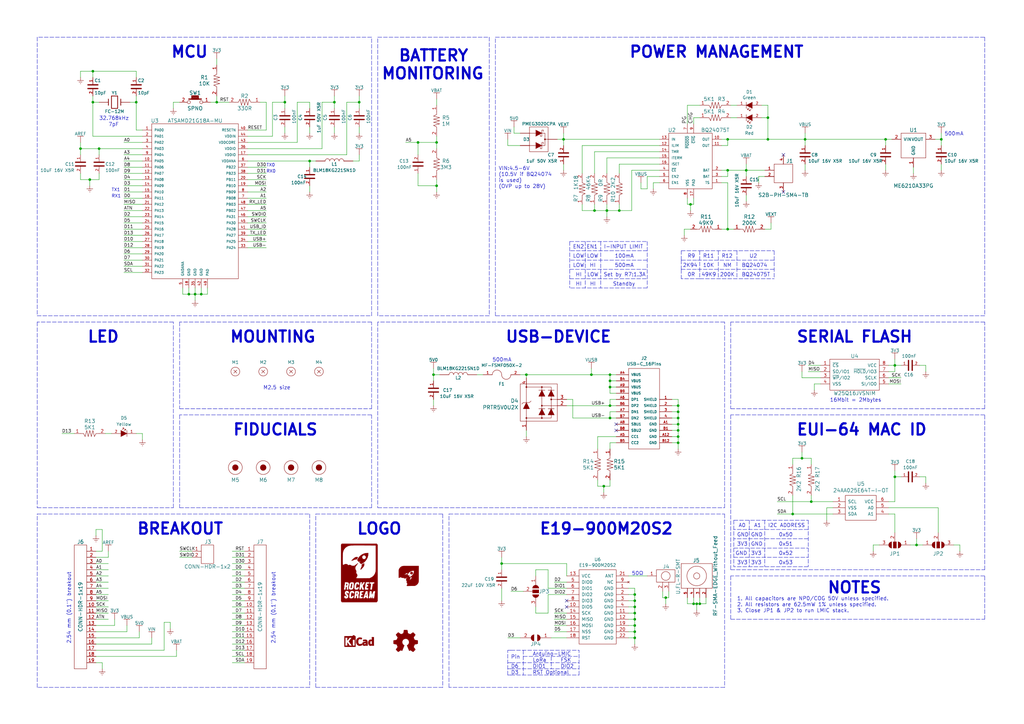
<source format=kicad_sch>
(kicad_sch (version 20211123) (generator eeschema)
  (paper "A3")
  (title_block (title "Mini Ultra Pro") (date "2022-06-18") (rev "4.00") (company "Rocket Scream Electronics"))
  (junction (at 278.13 173.99))
  (junction (at 40.64 60.96))
  (junction (at 179.07 58.42))
  (junction (at 386.08 57.15))
  (junction (at 250.19 153.67))
  (junction (at 77.47 120.65))
  (junction (at 231.14 57.15))
  (junction (at 260.35 248.92))
  (junction (at 260.35 243.84))
  (junction (at 254 86.36))
  (junction (at 38.1 29.21))
  (junction (at 36.83 73.66))
  (junction (at 215.9 153.67))
  (junction (at 284.48 247.65))
  (junction (at 278.13 181.61))
  (junction (at 250.19 158.75))
  (junction (at 260.35 261.62))
  (junction (at 205.74 231.14))
  (junction (at 116.84 41.91))
  (junction (at 260.35 254))
  (junction (at 367.03 195.58))
  (junction (at 127 66.04))
  (junction (at 314.96 57.15))
  (junction (at 306.07 69.85))
  (junction (at 278.13 166.37))
  (junction (at 332.74 205.74))
  (junction (at 177.8 153.67))
  (junction (at 287.02 247.65))
  (junction (at 273.05 245.11))
  (junction (at 260.35 259.08))
  (junction (at 80.01 120.65))
  (junction (at 260.35 256.54))
  (junction (at 330.2 57.15))
  (junction (at 260.35 246.38))
  (junction (at 171.45 58.42))
  (junction (at 137.16 41.91))
  (junction (at 367.03 149.86))
  (junction (at 278.13 179.07))
  (junction (at 375.92 223.52))
  (junction (at 147.32 41.91))
  (junction (at 250.19 171.45))
  (junction (at 285.75 247.65))
  (junction (at 314.96 48.26))
  (junction (at 88.9 41.91))
  (junction (at 363.22 57.15))
  (junction (at 38.1 41.91))
  (junction (at 278.13 176.53))
  (junction (at 298.45 69.85))
  (junction (at 298.45 93.98))
  (junction (at 243.84 86.36))
  (junction (at 248.92 86.36))
  (junction (at 247.65 199.39))
  (junction (at 328.93 187.96))
  (junction (at 250.19 166.37))
  (junction (at 242.57 153.67))
  (junction (at 325.12 210.82))
  (junction (at 260.35 251.46))
  (junction (at 82.55 120.65))
  (junction (at 55.88 41.91))
  (junction (at 278.13 171.45))
  (junction (at 283.21 83.82))
  (junction (at 33.02 60.96))
  (junction (at 179.07 76.2))
  (junction (at 298.45 57.15))
  (junction (at 278.13 168.91))
  (junction (at 250.19 156.21))
  (no_connect (at 321.31 78.74))
  (no_connect (at 321.31 63.5))
  (no_connect (at 232.41 246.38))
  (no_connect (at 252.73 173.99))
  (no_connect (at 232.41 248.92))
  (no_connect (at 252.73 176.53))
  (wire (pts (xy 224.79 243.84) (xy 224.79 251.46)))
  (polyline (pts (xy 403.86 170.18) (xy 299.72 170.18)))
  (polyline (pts (xy 209.55 274.32) (xy 237.49 274.32)))
  (wire (pts (xy 287.02 43.18) (xy 281.94 43.18)))
  (wire (pts (xy 179.07 40.64) (xy 179.07 43.18)))
  (wire (pts (xy 69.85 255.27) (xy 69.85 257.81)))
  (wire (pts (xy 363.22 57.15) (xy 365.76 57.15)))
  (wire (pts (xy 283.21 86.36) (xy 283.21 83.82)))
  (wire (pts (xy 289.56 247.65) (xy 287.02 247.65)))
  (wire (pts (xy 260.35 243.84) (xy 257.81 243.84)))
  (wire (pts (xy 275.59 179.07) (xy 278.13 179.07)))
  (wire (pts (xy 171.45 58.42) (xy 179.07 58.42)))
  (wire (pts (xy 82.55 120.65) (xy 82.55 118.11)))
  (polyline (pts (xy 73.66 167.64) (xy 152.4 167.64)))
  (wire (pts (xy 232.41 243.84) (xy 224.79 243.84)))
  (wire (pts (xy 210.82 54.61) (xy 213.36 54.61)))
  (wire (pts (xy 325.12 190.5) (xy 325.12 187.96)))
  (wire (pts (xy 336.55 154.94) (xy 328.93 154.94)))
  (wire (pts (xy 232.41 166.37) (xy 250.19 166.37)))
  (wire (pts (xy 386.08 67.31) (xy 386.08 69.85)))
  (wire (pts (xy 369.57 195.58) (xy 367.03 195.58)))
  (wire (pts (xy 58.42 58.42) (xy 50.8 58.42)))
  (polyline (pts (xy 208.28 274.32) (xy 209.55 274.32)))
  (wire (pts (xy 299.72 48.26) (xy 302.26 48.26)))
  (wire (pts (xy 58.42 73.66) (xy 50.8 73.66)))
  (wire (pts (xy 78.74 226.06) (xy 73.66 226.06)))
  (wire (pts (xy 314.96 48.26) (xy 314.96 57.15)))
  (wire (pts (xy 80.01 120.65) (xy 80.01 123.19)))
  (wire (pts (xy 58.42 66.04) (xy 50.8 66.04)))
  (wire (pts (xy 58.42 111.76) (xy 50.8 111.76)))
  (wire (pts (xy 106.68 41.91) (xy 109.22 41.91)))
  (polyline (pts (xy 297.18 208.28) (xy 297.18 132.08)))
  (polyline (pts (xy 331.47 232.41) (xy 300.99 232.41)))
  (wire (pts (xy 177.8 163.83) (xy 177.8 166.37)))
  (wire (pts (xy 386.08 54.61) (xy 386.08 57.15)))
  (wire (pts (xy 44.45 246.38) (xy 39.37 246.38)))
  (wire (pts (xy 250.19 168.91) (xy 250.19 171.45)))
  (polyline (pts (xy 403.86 15.24) (xy 403.86 129.54)))
  (wire (pts (xy 213.36 153.67) (xy 215.9 153.67)))
  (polyline (pts (xy 279.4 110.49) (xy 285.75 110.49)))
  (wire (pts (xy 316.23 91.44) (xy 316.23 93.98)))
  (wire (pts (xy 275.59 168.91) (xy 278.13 168.91)))
  (wire (pts (xy 369.57 157.48) (xy 364.49 157.48)))
  (wire (pts (xy 208.28 59.69) (xy 213.36 59.69)))
  (wire (pts (xy 306.07 67.31) (xy 306.07 69.85)))
  (wire (pts (xy 95.25 241.3) (xy 100.33 241.3)))
  (wire (pts (xy 334.01 157.48) (xy 334.01 160.02)))
  (wire (pts (xy 58.42 68.58) (xy 50.8 68.58)))
  (polyline (pts (xy 265.43 118.11) (xy 233.68 118.11)))
  (wire (pts (xy 44.45 248.92) (xy 39.37 248.92)))
  (wire (pts (xy 280.67 93.98) (xy 280.67 96.52)))
  (wire (pts (xy 58.42 88.9) (xy 50.8 88.9)))
  (wire (pts (xy 298.45 93.98) (xy 295.91 93.98)))
  (polyline (pts (xy 15.24 208.28) (xy 71.12 208.28)))
  (polyline (pts (xy 279.4 110.49) (xy 279.4 114.3)))
  (wire (pts (xy 254 86.36) (xy 248.92 86.36)))
  (wire (pts (xy 295.91 57.15) (xy 298.45 57.15)))
  (polyline (pts (xy 233.68 110.49) (xy 265.43 110.49)))
  (wire (pts (xy 250.19 181.61) (xy 250.19 184.15)))
  (wire (pts (xy 58.42 96.52) (xy 50.8 96.52)))
  (polyline (pts (xy 403.86 129.54) (xy 203.2 129.54)))
  (wire (pts (xy 137.16 52.07) (xy 137.16 54.61)))
  (polyline (pts (xy 299.72 233.68) (xy 403.86 233.68)))
  (wire (pts (xy 298.45 59.69) (xy 298.45 57.15)))
  (polyline (pts (xy 15.24 15.24) (xy 15.24 129.54)))
  (wire (pts (xy 38.1 41.91) (xy 40.64 41.91)))
  (wire (pts (xy 95.25 238.76) (xy 100.33 238.76)))
  (wire (pts (xy 38.1 55.88) (xy 58.42 55.88)))
  (polyline (pts (xy 15.24 132.08) (xy 15.24 208.28)))
  (wire (pts (xy 274.32 245.11) (xy 273.05 245.11)))
  (wire (pts (xy 109.22 91.44) (xy 101.6 91.44)))
  (wire (pts (xy 205.74 231.14) (xy 232.41 231.14)))
  (wire (pts (xy 260.35 246.38) (xy 257.81 246.38)))
  (wire (pts (xy 226.06 261.62) (xy 232.41 261.62)))
  (wire (pts (xy 312.42 43.18) (xy 314.96 43.18)))
  (wire (pts (xy 250.19 166.37) (xy 252.73 166.37)))
  (polyline (pts (xy 73.66 170.18) (xy 73.66 208.28)))
  (polyline (pts (xy 154.94 208.28) (xy 297.18 208.28)))
  (wire (pts (xy 379.73 149.86) (xy 379.73 152.4)))
  (wire (pts (xy 278.13 181.61) (xy 278.13 184.15)))
  (wire (pts (xy 234.95 171.45) (xy 250.19 171.45)))
  (wire (pts (xy 278.13 171.45) (xy 278.13 173.99)))
  (wire (pts (xy 250.19 158.75) (xy 252.73 158.75)))
  (wire (pts (xy 58.42 76.2) (xy 50.8 76.2)))
  (wire (pts (xy 58.42 101.6) (xy 50.8 101.6)))
  (wire (pts (xy 248.92 86.36) (xy 243.84 86.36)))
  (wire (pts (xy 364.49 154.94) (xy 369.57 154.94)))
  (polyline (pts (xy 297.18 132.08) (xy 154.94 132.08)))
  (wire (pts (xy 58.42 86.36) (xy 50.8 86.36)))
  (wire (pts (xy 88.9 41.91) (xy 88.9 39.37)))
  (polyline (pts (xy 279.4 102.87) (xy 287.02 102.87)))
  (wire (pts (xy 252.73 156.21) (xy 250.19 156.21)))
  (wire (pts (xy 295.91 72.39) (xy 298.45 72.39)))
  (wire (pts (xy 58.42 81.28) (xy 50.8 81.28)))
  (wire (pts (xy 332.74 205.74) (xy 341.63 205.74)))
  (wire (pts (xy 80.01 120.65) (xy 82.55 120.65)))
  (wire (pts (xy 325.12 210.82) (xy 325.12 203.2)))
  (polyline (pts (xy 299.72 254) (xy 403.86 254)))
  (wire (pts (xy 250.19 199.39) (xy 250.19 196.85)))
  (polyline (pts (xy 181.61 210.82) (xy 181.61 281.94)))
  (wire (pts (xy 360.68 223.52) (xy 358.14 223.52)))
  (wire (pts (xy 313.69 93.98) (xy 316.23 93.98)))
  (wire (pts (xy 250.19 161.29) (xy 250.19 158.75)))
  (wire (pts (xy 43.18 177.8) (xy 45.72 177.8)))
  (wire (pts (xy 132.08 60.96) (xy 132.08 41.91)))
  (polyline (pts (xy 287.02 114.3) (xy 279.4 114.3)))
  (wire (pts (xy 275.59 171.45) (xy 278.13 171.45)))
  (wire (pts (xy 58.42 93.98) (xy 50.8 93.98)))
  (wire (pts (xy 101.6 71.12) (xy 109.22 71.12)))
  (wire (pts (xy 267.97 74.93) (xy 267.97 77.47)))
  (wire (pts (xy 363.22 57.15) (xy 363.22 59.69)))
  (wire (pts (xy 391.16 223.52) (xy 393.7 223.52)))
  (wire (pts (xy 250.19 171.45) (xy 252.73 171.45)))
  (polyline (pts (xy 209.55 276.86) (xy 237.49 276.86)))
  (wire (pts (xy 273.05 247.65) (xy 273.05 245.11)))
  (polyline (pts (xy 240.03 99.06) (xy 240.03 118.11)))
  (wire (pts (xy 275.59 173.99) (xy 278.13 173.99)))
  (wire (pts (xy 195.58 153.67) (xy 198.12 153.67)))
  (wire (pts (xy 147.32 39.37) (xy 147.32 41.91)))
  (wire (pts (xy 127 66.04) (xy 129.54 66.04)))
  (wire (pts (xy 252.73 153.67) (xy 250.19 153.67)))
  (wire (pts (xy 109.22 83.82) (xy 101.6 83.82)))
  (polyline (pts (xy 209.55 276.86) (xy 208.28 276.86)))
  (wire (pts (xy 298.45 74.93) (xy 298.45 93.98)))
  (wire (pts (xy 367.03 147.32) (xy 367.03 149.86)))
  (wire (pts (xy 384.81 208.28) (xy 384.81 218.44)))
  (wire (pts (xy 328.93 185.42) (xy 328.93 187.96)))
  (polyline (pts (xy 297.18 210.82) (xy 297.18 281.94)))
  (wire (pts (xy 95.25 264.16) (xy 100.33 264.16)))
  (polyline (pts (xy 287.02 102.87) (xy 287.02 114.3)))
  (wire (pts (xy 243.84 86.36) (xy 243.84 83.82)))
  (wire (pts (xy 95.25 246.38) (xy 100.33 246.38)))
  (wire (pts (xy 298.45 69.85) (xy 306.07 69.85)))
  (wire (pts (xy 57.15 261.62) (xy 57.15 259.08)))
  (wire (pts (xy 242.57 151.13) (xy 242.57 153.67)))
  (wire (pts (xy 33.02 29.21) (xy 33.02 31.75)))
  (polyline (pts (xy 154.94 132.08) (xy 154.94 208.28)))
  (wire (pts (xy 364.49 208.28) (xy 384.81 208.28)))
  (wire (pts (xy 393.7 223.52) (xy 393.7 226.06)))
  (polyline (pts (xy 214.63 269.24) (xy 237.49 269.24)))
  (wire (pts (xy 330.2 57.15) (xy 363.22 57.15)))
  (wire (pts (xy 39.37 259.08) (xy 52.07 259.08)))
  (wire (pts (xy 39.37 217.17) (xy 39.37 219.71)))
  (wire (pts (xy 278.13 163.83) (xy 278.13 166.37)))
  (wire (pts (xy 242.57 153.67) (xy 250.19 153.67)))
  (wire (pts (xy 243.84 62.23) (xy 243.84 71.12)))
  (wire (pts (xy 311.15 72.39) (xy 311.15 74.93)))
  (polyline (pts (xy 300.99 224.79) (xy 331.47 224.79)))
  (wire (pts (xy 101.6 68.58) (xy 109.22 68.58)))
  (wire (pts (xy 250.19 153.67) (xy 250.19 156.21)))
  (wire (pts (xy 214.63 242.57) (xy 209.55 242.57)))
  (wire (pts (xy 252.73 168.91) (xy 250.19 168.91)))
  (wire (pts (xy 224.79 233.68) (xy 224.79 241.3)))
  (wire (pts (xy 100.33 226.06) (xy 95.25 226.06)))
  (wire (pts (xy 44.45 233.68) (xy 39.37 233.68)))
  (wire (pts (xy 147.32 52.07) (xy 147.32 54.61)))
  (wire (pts (xy 273.05 245.11) (xy 271.78 245.11)))
  (wire (pts (xy 284.48 48.26) (xy 284.48 50.8)))
  (wire (pts (xy 55.88 39.37) (xy 55.88 41.91)))
  (wire (pts (xy 41.91 271.78) (xy 41.91 274.32)))
  (polyline (pts (xy 226.06 269.24) (xy 226.06 274.32)))
  (wire (pts (xy 265.43 77.47) (xy 262.89 77.47)))
  (wire (pts (xy 147.32 41.91) (xy 147.32 44.45)))
  (polyline (pts (xy 403.86 236.22) (xy 299.72 236.22)))
  (wire (pts (xy 262.89 77.47) (xy 262.89 74.93)))
  (wire (pts (xy 78.74 228.6) (xy 73.66 228.6)))
  (wire (pts (xy 127 52.07) (xy 127 54.61)))
  (polyline (pts (xy 200.66 129.54) (xy 154.94 129.54)))
  (polyline (pts (xy 300.99 228.6) (xy 331.47 228.6)))
  (wire (pts (xy 33.02 73.66) (xy 36.83 73.66)))
  (wire (pts (xy 137.16 41.91) (xy 137.16 44.45)))
  (wire (pts (xy 88.9 24.13) (xy 88.9 26.67)))
  (wire (pts (xy 232.41 238.76) (xy 227.33 238.76)))
  (polyline (pts (xy 331.47 220.98) (xy 300.99 220.98)))
  (wire (pts (xy 147.32 66.04) (xy 147.32 63.5)))
  (wire (pts (xy 95.25 271.78) (xy 100.33 271.78)))
  (polyline (pts (xy 285.75 106.68) (xy 279.4 106.68)))
  (wire (pts (xy 245.11 199.39) (xy 247.65 199.39)))
  (polyline (pts (xy 302.26 102.87) (xy 302.26 114.3)))
  (wire (pts (xy 227.33 259.08) (xy 232.41 259.08)))
  (wire (pts (xy 39.37 238.76) (xy 44.45 238.76)))
  (polyline (pts (xy 331.47 217.17) (xy 300.99 217.17)))
  (wire (pts (xy 205.74 241.3) (xy 205.74 246.38)))
  (wire (pts (xy 101.6 58.42) (xy 121.92 58.42)))
  (polyline (pts (xy 299.72 236.22) (xy 299.72 254)))
  (wire (pts (xy 111.76 55.88) (xy 111.76 41.91)))
  (wire (pts (xy 58.42 106.68) (xy 50.8 106.68)))
  (wire (pts (xy 243.84 86.36) (xy 238.76 86.36)))
  (wire (pts (xy 260.35 241.3) (xy 260.35 243.84)))
  (wire (pts (xy 95.25 254) (xy 100.33 254)))
  (wire (pts (xy 39.37 231.14) (xy 44.45 231.14)))
  (polyline (pts (xy 299.72 167.64) (xy 403.86 167.64)))
  (wire (pts (xy 336.55 157.48) (xy 334.01 157.48)))
  (polyline (pts (xy 203.2 15.24) (xy 403.86 15.24)))
  (wire (pts (xy 224.79 241.3) (xy 232.41 241.3)))
  (wire (pts (xy 328.93 154.94) (xy 328.93 152.4)))
  (wire (pts (xy 270.51 64.77) (xy 248.92 64.77)))
  (wire (pts (xy 95.25 256.54) (xy 100.33 256.54)))
  (wire (pts (xy 386.08 57.15) (xy 386.08 59.69)))
  (wire (pts (xy 116.84 39.37) (xy 116.84 41.91)))
  (wire (pts (xy 254 67.31) (xy 254 71.12)))
  (wire (pts (xy 364.49 205.74) (xy 367.03 205.74)))
  (wire (pts (xy 363.22 67.31) (xy 363.22 69.85)))
  (wire (pts (xy 38.1 29.21) (xy 55.88 29.21)))
  (wire (pts (xy 281.94 83.82) (xy 283.21 83.82)))
  (polyline (pts (xy 317.5 110.49) (xy 285.75 110.49)))
  (wire (pts (xy 259.08 86.36) (xy 254 86.36)))
  (wire (pts (xy 171.45 76.2) (xy 179.07 76.2)))
  (polyline (pts (xy 208.28 276.86) (xy 208.28 266.7)))
  (wire (pts (xy 245.11 196.85) (xy 245.11 199.39)))
  (polyline (pts (xy 184.15 210.82) (xy 297.18 210.82)))
  (wire (pts (xy 367.03 152.4) (xy 364.49 152.4)))
  (wire (pts (xy 314.96 57.15) (xy 330.2 57.15)))
  (wire (pts (xy 257.81 241.3) (xy 260.35 241.3)))
  (wire (pts (xy 289.56 245.11) (xy 289.56 247.65)))
  (wire (pts (xy 95.25 243.84) (xy 100.33 243.84)))
  (polyline (pts (xy 15.24 210.82) (xy 127 210.82)))
  (wire (pts (xy 39.37 264.16) (xy 62.23 264.16)))
  (wire (pts (xy 58.42 177.8) (xy 58.42 180.34)))
  (wire (pts (xy 58.42 104.14) (xy 50.8 104.14)))
  (polyline (pts (xy 233.68 114.3) (xy 265.43 114.3)))
  (wire (pts (xy 248.92 86.36) (xy 248.92 88.9)))
  (wire (pts (xy 44.45 243.84) (xy 39.37 243.84)))
  (wire (pts (xy 252.73 181.61) (xy 250.19 181.61)))
  (polyline (pts (xy 152.4 132.08) (xy 73.66 132.08)))
  (wire (pts (xy 44.45 241.3) (xy 39.37 241.3)))
  (wire (pts (xy 95.25 236.22) (xy 100.33 236.22)))
  (wire (pts (xy 33.02 71.12) (xy 33.02 73.66)))
  (polyline (pts (xy 152.4 167.64) (xy 152.4 132.08)))
  (polyline (pts (xy 152.4 208.28) (xy 152.4 170.18)))
  (wire (pts (xy 285.75 247.65) (xy 284.48 247.65)))
  (wire (pts (xy 234.95 171.45) (xy 234.95 163.83)))
  (wire (pts (xy 127 78.74) (xy 127 76.2)))
  (polyline (pts (xy 129.54 281.94) (xy 129.54 210.82)))
  (wire (pts (xy 137.16 39.37) (xy 137.16 41.91)))
  (wire (pts (xy 231.14 57.15) (xy 270.51 57.15)))
  (wire (pts (xy 274.32 242.57) (xy 274.32 245.11)))
  (wire (pts (xy 58.42 109.22) (xy 50.8 109.22)))
  (wire (pts (xy 260.35 261.62) (xy 260.35 259.08)))
  (polyline (pts (xy 152.4 170.18) (xy 73.66 170.18)))
  (wire (pts (xy 44.45 236.22) (xy 39.37 236.22)))
  (wire (pts (xy 101.6 55.88) (xy 111.76 55.88)))
  (wire (pts (xy 40.64 63.5) (xy 40.64 60.96)))
  (polyline (pts (xy 265.43 106.68) (xy 233.68 106.68)))
  (wire (pts (xy 377.19 195.58) (xy 379.73 195.58)))
  (wire (pts (xy 40.64 73.66) (xy 40.64 71.12)))
  (wire (pts (xy 313.69 72.39) (xy 311.15 72.39)))
  (polyline (pts (xy 300.99 213.36) (xy 331.47 213.36)))
  (polyline (pts (xy 129.54 210.82) (xy 181.61 210.82)))
  (polyline (pts (xy 184.15 281.94) (xy 184.15 210.82)))
  (wire (pts (xy 232.41 231.14) (xy 232.41 236.22)))
  (wire (pts (xy 109.22 73.66) (xy 101.6 73.66)))
  (wire (pts (xy 40.64 60.96) (xy 58.42 60.96)))
  (polyline (pts (xy 287.02 114.3) (xy 317.5 114.3)))
  (wire (pts (xy 109.22 93.98) (xy 101.6 93.98)))
  (wire (pts (xy 179.07 58.42) (xy 179.07 60.96)))
  (wire (pts (xy 215.9 176.53) (xy 215.9 179.07)))
  (polyline (pts (xy 154.94 129.54) (xy 154.94 15.24)))
  (wire (pts (xy 287.02 247.65) (xy 285.75 247.65)))
  (wire (pts (xy 41.91 217.17) (xy 41.91 226.06)))
  (wire (pts (xy 257.81 251.46) (xy 260.35 251.46)))
  (polyline (pts (xy 299.72 170.18) (xy 299.72 233.68)))
  (wire (pts (xy 80.01 120.65) (xy 80.01 118.11)))
  (wire (pts (xy 109.22 86.36) (xy 101.6 86.36)))
  (wire (pts (xy 213.36 261.62) (xy 208.28 261.62)))
  (wire (pts (xy 248.92 83.82) (xy 248.92 86.36)))
  (wire (pts (xy 332.74 187.96) (xy 332.74 190.5)))
  (wire (pts (xy 278.13 176.53) (xy 278.13 179.07)))
  (wire (pts (xy 339.09 208.28) (xy 339.09 213.36)))
  (wire (pts (xy 67.31 255.27) (xy 67.31 266.7)))
  (polyline (pts (xy 233.68 99.06) (xy 265.43 99.06)))
  (polyline (pts (xy 317.5 106.68) (xy 285.75 106.68)))
  (wire (pts (xy 101.6 66.04) (xy 127 66.04)))
  (polyline (pts (xy 299.72 132.08) (xy 299.72 167.64)))
  (wire (pts (xy 95.25 269.24) (xy 100.33 269.24)))
  (wire (pts (xy 358.14 223.52) (xy 358.14 226.06)))
  (polyline (pts (xy 403.86 233.68) (xy 403.86 170.18)))
  (polyline (pts (xy 152.4 129.54) (xy 152.4 15.24)))
  (wire (pts (xy 278.13 168.91) (xy 278.13 171.45)))
  (wire (pts (xy 215.9 153.67) (xy 215.9 154.94)))
  (wire (pts (xy 270.51 69.85) (xy 259.08 69.85)))
  (wire (pts (xy 367.03 149.86) (xy 367.03 152.4)))
  (wire (pts (xy 55.88 41.91) (xy 55.88 53.34)))
  (wire (pts (xy 377.19 149.86) (xy 379.73 149.86)))
  (wire (pts (xy 254 86.36) (xy 254 83.82)))
  (wire (pts (xy 121.92 58.42) (xy 121.92 41.91)))
  (wire (pts (xy 336.55 152.4) (xy 331.47 152.4)))
  (wire (pts (xy 100.33 233.68) (xy 95.25 233.68)))
  (wire (pts (xy 325.12 187.96) (xy 328.93 187.96)))
  (wire (pts (xy 260.35 248.92) (xy 260.35 246.38)))
  (polyline (pts (xy 208.28 266.7) (xy 209.55 266.7)))
  (polyline (pts (xy 233.68 99.06) (xy 233.68 118.11)))
  (polyline (pts (xy 15.24 129.54) (xy 152.4 129.54)))
  (wire (pts (xy 285.75 247.65) (xy 285.75 250.19)))
  (wire (pts (xy 41.91 217.17) (xy 39.37 217.17)))
  (wire (pts (xy 77.47 120.65) (xy 80.01 120.65)))
  (wire (pts (xy 270.51 67.31) (xy 254 67.31)))
  (wire (pts (xy 306.07 69.85) (xy 313.69 69.85)))
  (wire (pts (xy 58.42 99.06) (xy 50.8 99.06)))
  (wire (pts (xy 257.81 236.22) (xy 265.43 236.22)))
  (wire (pts (xy 284.48 83.82) (xy 284.48 81.28)))
  (wire (pts (xy 295.91 59.69) (xy 298.45 59.69)))
  (polyline (pts (xy 279.4 106.68) (xy 279.4 102.87)))
  (wire (pts (xy 275.59 163.83) (xy 278.13 163.83)))
  (wire (pts (xy 171.45 58.42) (xy 171.45 63.5)))
  (wire (pts (xy 245.11 179.07) (xy 245.11 184.15)))
  (wire (pts (xy 332.74 205.74) (xy 332.74 203.2)))
  (wire (pts (xy 219.71 233.68) (xy 219.71 236.22)))
  (wire (pts (xy 299.72 43.18) (xy 302.26 43.18)))
  (wire (pts (xy 228.6 57.15) (xy 231.14 57.15)))
  (wire (pts (xy 287.02 48.26) (xy 284.48 48.26)))
  (wire (pts (xy 100.33 228.6) (xy 95.25 228.6)))
  (wire (pts (xy 52.07 259.08) (xy 52.07 256.54)))
  (wire (pts (xy 227.33 256.54) (xy 232.41 256.54)))
  (polyline (pts (xy 152.4 15.24) (xy 15.24 15.24)))
  (wire (pts (xy 306.07 69.85) (xy 306.07 72.39)))
  (wire (pts (xy 58.42 78.74) (xy 50.8 78.74)))
  (polyline (pts (xy 300.99 213.36) (xy 300.99 232.41)))
  (wire (pts (xy 25.4 177.8) (xy 30.48 177.8)))
  (wire (pts (xy 298.45 93.98) (xy 300.99 93.98)))
  (wire (pts (xy 375.92 223.52) (xy 378.46 223.52)))
  (wire (pts (xy 325.12 210.82) (xy 341.63 210.82)))
  (wire (pts (xy 298.45 72.39) (xy 298.45 69.85)))
  (polyline (pts (xy 287.02 102.87) (xy 317.5 102.87)))
  (wire (pts (xy 116.84 41.91) (xy 116.84 44.45)))
  (wire (pts (xy 55.88 41.91) (xy 53.34 41.91)))
  (wire (pts (xy 238.76 59.69) (xy 238.76 71.12)))
  (wire (pts (xy 62.23 264.16) (xy 62.23 261.62)))
  (wire (pts (xy 109.22 78.74) (xy 101.6 78.74)))
  (wire (pts (xy 330.2 57.15) (xy 330.2 59.69)))
  (wire (pts (xy 287.02 247.65) (xy 287.02 245.11)))
  (wire (pts (xy 257.81 254) (xy 260.35 254)))
  (wire (pts (xy 375.92 220.98) (xy 375.92 223.52)))
  (wire (pts (xy 58.42 63.5) (xy 50.8 63.5)))
  (wire (pts (xy 109.22 41.91) (xy 109.22 53.34)))
  (wire (pts (xy 71.12 41.91) (xy 71.12 44.45)))
  (wire (pts (xy 58.42 91.44) (xy 50.8 91.44)))
  (wire (pts (xy 281.94 247.65) (xy 281.94 245.11)))
  (wire (pts (xy 74.93 118.11) (xy 74.93 120.65)))
  (wire (pts (xy 179.07 55.88) (xy 179.07 58.42)))
  (wire (pts (xy 142.24 63.5) (xy 142.24 41.91)))
  (wire (pts (xy 109.22 88.9) (xy 101.6 88.9)))
  (wire (pts (xy 257.81 256.54) (xy 260.35 256.54)))
  (wire (pts (xy 95.25 261.62) (xy 100.33 261.62)))
  (polyline (pts (xy 403.86 167.64) (xy 403.86 132.08)))
  (polyline (pts (xy 317.5 102.87) (xy 317.5 114.3)))
  (wire (pts (xy 306.07 80.01) (xy 306.07 82.55)))
  (wire (pts (xy 278.13 173.99) (xy 278.13 176.53)))
  (wire (pts (xy 215.9 153.67) (xy 242.57 153.67)))
  (wire (pts (xy 39.37 269.24) (xy 72.39 269.24)))
  (wire (pts (xy 367.03 195.58) (xy 367.03 193.04)))
  (wire (pts (xy 39.37 256.54) (xy 46.99 256.54)))
  (wire (pts (xy 36.83 73.66) (xy 40.64 73.66)))
  (wire (pts (xy 231.14 67.31) (xy 231.14 69.85)))
  (wire (pts (xy 109.22 96.52) (xy 101.6 96.52)))
  (wire (pts (xy 281.94 43.18) (xy 281.94 50.8)))
  (wire (pts (xy 177.8 153.67) (xy 180.34 153.67)))
  (wire (pts (xy 95.25 259.08) (xy 100.33 259.08)))
  (wire (pts (xy 109.22 53.34) (xy 101.6 53.34)))
  (wire (pts (xy 39.37 271.78) (xy 41.91 271.78)))
  (wire (pts (xy 314.96 48.26) (xy 312.42 48.26)))
  (wire (pts (xy 278.13 179.07) (xy 278.13 181.61)))
  (wire (pts (xy 85.09 120.65) (xy 82.55 120.65)))
  (wire (pts (xy 86.36 41.91) (xy 88.9 41.91)))
  (wire (pts (xy 74.93 120.65) (xy 77.47 120.65)))
  (polyline (pts (xy 208.28 271.78) (xy 209.55 271.78)))
  (wire (pts (xy 295.91 69.85) (xy 298.45 69.85)))
  (wire (pts (xy 100.33 231.14) (xy 95.25 231.14)))
  (polyline (pts (xy 313.69 213.36) (xy 313.69 232.41)))
  (wire (pts (xy 250.19 156.21) (xy 250.19 158.75)))
  (wire (pts (xy 205.74 231.14) (xy 205.74 233.68)))
  (wire (pts (xy 67.31 255.27) (xy 69.85 255.27)))
  (wire (pts (xy 44.45 254) (xy 39.37 254)))
  (wire (pts (xy 278.13 166.37) (xy 278.13 168.91)))
  (polyline (pts (xy 71.12 132.08) (xy 15.24 132.08)))
  (wire (pts (xy 257.81 259.08) (xy 260.35 259.08)))
  (wire (pts (xy 95.25 251.46) (xy 100.33 251.46)))
  (wire (pts (xy 101.6 101.6) (xy 109.22 101.6)))
  (wire (pts (xy 72.39 269.24) (xy 72.39 266.7)))
  (wire (pts (xy 367.03 149.86) (xy 369.57 149.86)))
  (wire (pts (xy 219.71 233.68) (xy 224.79 233.68)))
  (wire (pts (xy 224.79 251.46) (xy 219.71 251.46)))
  (wire (pts (xy 166.37 58.42) (xy 171.45 58.42)))
  (wire (pts (xy 58.42 71.12) (xy 50.8 71.12)))
  (wire (pts (xy 36.83 76.2) (xy 36.83 73.66)))
  (wire (pts (xy 88.9 41.91) (xy 93.98 41.91)))
  (polyline (pts (xy 294.64 102.87) (xy 294.64 114.3)))
  (wire (pts (xy 283.21 93.98) (xy 280.67 93.98)))
  (wire (pts (xy 260.35 243.84) (xy 260.35 246.38)))
  (wire (pts (xy 177.8 153.67) (xy 177.8 156.21)))
  (wire (pts (xy 38.1 39.37) (xy 38.1 41.91)))
  (wire (pts (xy 336.55 149.86) (xy 331.47 149.86)))
  (wire (pts (xy 252.73 179.07) (xy 245.11 179.07)))
  (polyline (pts (xy 214.63 266.7) (xy 214.63 276.86)))
  (polyline (pts (xy 209.55 266.7) (xy 237.49 266.7)))
  (polyline (pts (xy 265.43 99.06) (xy 265.43 118.11)))
  (wire (pts (xy 341.63 208.28) (xy 339.09 208.28)))
  (wire (pts (xy 260.35 264.16) (xy 260.35 261.62)))
  (wire (pts (xy 260.35 259.08) (xy 260.35 256.54)))
  (wire (pts (xy 77.47 120.65) (xy 77.47 118.11)))
  (wire (pts (xy 247.65 199.39) (xy 250.19 199.39)))
  (wire (pts (xy 33.02 60.96) (xy 40.64 60.96)))
  (wire (pts (xy 265.43 72.39) (xy 265.43 77.47)))
  (wire (pts (xy 132.08 41.91) (xy 137.16 41.91)))
  (wire (pts (xy 95.25 248.92) (xy 100.33 248.92)))
  (wire (pts (xy 116.84 52.07) (xy 116.84 54.61)))
  (polyline (pts (xy 307.34 213.36) (xy 307.34 232.41)))
  (wire (pts (xy 283.21 83.82) (xy 284.48 83.82)))
  (wire (pts (xy 127 41.91) (xy 127 44.45)))
  (wire (pts (xy 109.22 99.06) (xy 101.6 99.06)))
  (wire (pts (xy 298.45 57.15) (xy 314.96 57.15)))
  (wire (pts (xy 259.08 69.85) (xy 259.08 86.36)))
  (wire (pts (xy 232.41 163.83) (xy 234.95 163.83)))
  (wire (pts (xy 171.45 71.12) (xy 171.45 76.2)))
  (wire (pts (xy 379.73 195.58) (xy 379.73 198.12)))
  (wire (pts (xy 270.51 74.93) (xy 267.97 74.93)))
  (polyline (pts (xy 279.4 106.68) (xy 279.4 110.49)))
  (polyline (pts (xy 237.49 276.86) (xy 237.49 266.7)))
  (wire (pts (xy 367.03 210.82) (xy 367.03 218.44)))
  (wire (pts (xy 67.31 266.7) (xy 39.37 266.7)))
  (wire (pts (xy 275.59 176.53) (xy 278.13 176.53)))
  (wire (pts (xy 318.77 210.82) (xy 325.12 210.82)))
  (wire (pts (xy 238.76 86.36) (xy 238.76 83.82)))
  (wire (pts (xy 367.03 205.74) (xy 367.03 195.58)))
  (polyline (pts (xy 246.38 99.06) (xy 246.38 118.11)))
  (wire (pts (xy 270.51 59.69) (xy 238.76 59.69)))
  (wire (pts (xy 210.82 52.07) (xy 210.82 54.61)))
  (wire (pts (xy 257.81 261.62) (xy 260.35 261.62)))
  (wire (pts (xy 44.45 228.6) (xy 44.45 226.06)))
  (wire (pts (xy 44.45 251.46) (xy 39.37 251.46)))
  (wire (pts (xy 38.1 31.75) (xy 38.1 29.21)))
  (wire (pts (xy 295.91 74.93) (xy 298.45 74.93)))
  (wire (pts (xy 252.73 163.83) (xy 250.19 163.83)))
  (polyline (pts (xy 203.2 129.54) (xy 203.2 15.24)))
  (wire (pts (xy 109.22 81.28) (xy 101.6 81.28)))
  (wire (pts (xy 73.66 41.91) (xy 71.12 41.91)))
  (wire (pts (xy 33.02 60.96) (xy 33.02 63.5)))
  (polyline (pts (xy 73.66 208.28) (xy 152.4 208.28)))
  (wire (pts (xy 55.88 177.8) (xy 58.42 177.8)))
  (wire (pts (xy 177.8 151.13) (xy 177.8 153.67)))
  (wire (pts (xy 252.73 161.29) (xy 250.19 161.29)))
  (wire (pts (xy 330.2 54.61) (xy 330.2 57.15)))
  (wire (pts (xy 373.38 223.52) (xy 375.92 223.52)))
  (polyline (pts (xy 403.86 254) (xy 403.86 236.22)))
  (polyline (pts (xy 127 210.82) (xy 127 281.94)))
  (wire (pts (xy 231.14 54.61) (xy 231.14 57.15)))
  (wire (pts (xy 208.28 57.15) (xy 208.28 59.69)))
  (wire (pts (xy 39.37 261.62) (xy 57.15 261.62)))
  (wire (pts (xy 41.91 226.06) (xy 39.37 226.06)))
  (wire (pts (xy 364.49 210.82) (xy 367.03 210.82)))
  (wire (pts (xy 330.2 67.31) (xy 330.2 69.85)))
  (wire (pts (xy 55.88 29.21) (xy 55.88 31.75)))
  (wire (pts (xy 33.02 29.21) (xy 38.1 29.21)))
  (wire (pts (xy 39.37 228.6) (xy 44.45 228.6)))
  (wire (pts (xy 318.77 205.74) (xy 332.74 205.74)))
  (wire (pts (xy 38.1 41.91) (xy 38.1 55.88)))
  (wire (pts (xy 270.51 62.23) (xy 243.84 62.23)))
  (wire (pts (xy 284.48 247.65) (xy 281.94 247.65)))
  (polyline (pts (xy 71.12 208.28) (xy 71.12 132.08)))
  (wire (pts (xy 179.07 73.66) (xy 179.07 76.2)))
  (wire (pts (xy 271.78 245.11) (xy 271.78 242.57)))
  (wire (pts (xy 95.25 266.7) (xy 100.33 266.7)))
  (polyline (pts (xy 200.66 15.24) (xy 200.66 129.54)))
  (wire (pts (xy 281.94 81.28) (xy 281.94 83.82)))
  (wire (pts (xy 33.02 58.42) (xy 33.02 60.96)))
  (polyline (pts (xy 154.94 15.24) (xy 200.66 15.24)))
  (wire (pts (xy 179.07 76.2) (xy 179.07 78.74)))
  (wire (pts (xy 101.6 63.5) (xy 142.24 63.5)))
  (wire (pts (xy 46.99 256.54) (xy 46.99 254)))
  (wire (pts (xy 109.22 76.2) (xy 101.6 76.2)))
  (wire (pts (xy 374.65 68.58) (xy 374.65 71.12)))
  (polyline (pts (xy 15.24 281.94) (xy 15.24 210.82)))
  (wire (pts (xy 142.24 41.91) (xy 147.32 41.91)))
  (wire (pts (xy 121.92 41.91) (xy 127 41.91)))
  (wire (pts (xy 260.35 254) (xy 260.35 251.46)))
  (polyline (pts (xy 73.66 132.08) (xy 73.66 167.64)))
  (wire (pts (xy 250.19 163.83) (xy 250.19 166.37)))
  (wire (pts (xy 111.76 41.91) (xy 116.84 41.91)))
  (wire (pts (xy 260.35 251.46) (xy 260.35 248.92)))
  (wire (pts (xy 248.92 64.77) (xy 248.92 71.12)))
  (wire (pts (xy 58.42 83.82) (xy 50.8 83.82)))
  (polyline (pts (xy 127 281.94) (xy 15.24 281.94)))
  (wire (pts (xy 275.59 181.61) (xy 278.13 181.61)))
  (wire (pts (xy 247.65 199.39) (xy 247.65 201.93)))
  (wire (pts (xy 101.6 60.96) (xy 132.08 60.96)))
  (wire (pts (xy 127 68.58) (xy 127 66.04)))
  (polyline (pts (xy 265.43 102.87) (xy 233.68 102.87)))
  (wire (pts (xy 260.35 256.54) (xy 260.35 254)))
  (polyline (pts (xy 181.61 281.94) (xy 129.54 281.94)))
  (wire (pts (xy 270.51 72.39) (xy 265.43 72.39)))
  (wire (pts (xy 284.48 247.65) (xy 284.48 245.11)))
  (wire (pts (xy 364.49 149.86) (xy 367.03 149.86)))
  (polyline (pts (xy 209.55 271.78) (xy 237.49 271.78)))
  (wire (pts (xy 219.71 251.46) (xy 219.71 248.92)))
  (wire (pts (xy 85.09 118.11) (xy 85.09 120.65)))
  (wire (pts (xy 314.96 43.18) (xy 314.96 48.26)))
  (polyline (pts (xy 403.86 132.08) (xy 299.72 132.08)))
  (wire (pts (xy 383.54 57.15) (xy 386.08 57.15)))
  (wire (pts (xy 257.81 248.92) (xy 260.35 248.92)))
  (wire (pts (xy 328.93 187.96) (xy 332.74 187.96)))
  (wire (pts (xy 275.59 166.37) (xy 278.13 166.37)))
  (wire (pts (xy 55.88 53.34) (xy 58.42 53.34)))
  (polyline (pts (xy 331.47 213.36) (xy 331.47 232.41)))
  (wire (pts (xy 227.33 251.46) (xy 232.41 251.46)))
  (polyline (pts (xy 297.18 281.94) (xy 184.15 281.94)))
  (wire (pts (xy 144.78 66.04) (xy 147.32 66.04)))
  (wire (pts (xy 227.33 254) (xy 232.41 254)))
  (wire (pts (xy 205.74 228.6) (xy 205.74 231.14)))
  (wire (pts (xy 231.14 57.15) (xy 231.14 59.69)))
  (text "A1" (at 309.245 216.535 0) (effects (font (size 1.524 1.524)) (justify left bottom)))
  (text "BQ24075T" (at 304.165 113.665 0) (effects (font (size 1.524 1.524)) (justify left bottom)))
  (text "49K9" (at 287.655 113.665 0) (effects (font (size 1.524 1.524)) (justify left bottom)))
  (text "FIDUCIALS" (at 95.25 179.07 0) (effects (font (size 4.572 4.572) (thickness 0.9144) bold) (justify left bottom)))
  (text "I-INPUT LIMIT" (at 247.65 102.235 0) (effects (font (size 1.524 1.524)) (justify left bottom)))
  (text "M2.5 size" (at 107.95 160.02 0) (effects (font (size 1.524 1.524)) (justify left bottom)))
  (text "500mA" (at 387.35 55.88 0) (effects (font (size 1.524 1.524)) (justify left bottom)))
  (text "POWER MANAGEMENT" (at 257.81 24.13 0) (effects (font (size 4.572 4.572) (thickness 0.9144) bold) (justify left bottom)))
  (text "0x53" (at 319.405 231.775 0) (effects (font (size 1.524 1.524)) (justify left bottom)))
  (text "R12" (at 295.91 106.045 0) (effects (font (size 1.524 1.524)) (justify left bottom)))
  (text "BREAKOUT" (at 55.88 219.71 0) (effects (font (size 4.572 4.572) (thickness 0.9144) bold) (justify left bottom)))
  (text "2.54 mm (0.1\") breakout" (at 113.03 264.16 90) (effects (font (size 1.524 1.524)) (justify left bottom)))
  (text "BQ24074" (at 304.165 109.855 0) (effects (font (size 1.524 1.524)) (justify left bottom)))
  (text "TX0" (at 109.22 68.58 0) (effects (font (size 1.27 1.27)) (justify left bottom)))
  (text "MOUNTING " (at 93.98 140.97 0) (effects (font (size 4.572 4.572) (thickness 0.9144) bold) (justify left bottom)))
  (text "SERIAL FLASH" (at 326.39 140.97 0) (effects (font (size 4.572 4.572) (thickness 0.9144) bold) (justify left bottom)))
  (text " HI   HI" (at 234.95 117.475 0) (effects (font (size 1.524 1.524)) (justify left bottom)))
  (text "2K94" (at 280.035 109.855 0) (effects (font (size 1.524 1.524)) (justify left bottom)))
  (text "GND" (at 302.26 220.345 0) (effects (font (size 1.524 1.524)) (justify left bottom)))
  (text "0x50" (at 319.405 220.345 0) (effects (font (size 1.524 1.524)) (justify left bottom)))
  (text "100mA" (at 252.095 106.045 0) (effects (font (size 1.524 1.524)) (justify left bottom)))
  (text "EUI-64 MAC ID" (at 326.39 179.07 0) (effects (font (size 4.572 4.572) (thickness 0.9144) bold) (justify left bottom)))
  (text "16Mbit = 2Mbytes" (at 340.36 165.1 0) (effects (font (size 1.524 1.524)) (justify left bottom)))
  (text "D6" (at 209.55 274.32 0) (effects (font (size 1.524 1.524)) (justify left bottom)))
  (text "MCU" (at 69.85 24.13 0) (effects (font (size 4.572 4.572) (thickness 0.9144) bold) (justify left bottom)))
  (text " Set by R7:1.3A" (at 246.38 113.665 0) (effects (font (size 1.524 1.524)) (justify left bottom)))
  (text "GND" (at 301.625 227.965 0) (effects (font (size 1.524 1.524)) (justify left bottom)))
  (text "LOW  HI" (at 234.95 109.855 0) (effects (font (size 1.524 1.524)) (justify left bottom)))
  (text " Standby" (at 250.19 117.475 0) (effects (font (size 1.524 1.524)) (justify left bottom)))
  (text "RST Optional" (at 218.44 276.86 0) (effects (font (size 1.524 1.524)) (justify left bottom)))
  (text "Arduino-LMIC" (at 218.44 269.24 0) (effects (font (size 1.524 1.524)) (justify left bottom)))
  (text "D3" (at 209.55 276.86 0) (effects (font (size 1.524 1.524)) (justify left bottom)))
  (text "0x52" (at 319.405 227.965 0) (effects (font (size 1.524 1.524)) (justify left bottom)))
  (text " HI  LOW" (at 234.95 113.665 0) (effects (font (size 1.524 1.524)) (justify left bottom)))
  (text "LOGO" (at 146.05 219.71 0) (effects (font (size 4.572 4.572) (thickness 0.9144) bold) (justify left bottom)))
  (text "I2C ADDRESS" (at 314.96 216.535 0) (effects (font (size 1.524 1.524)) (justify left bottom)))
  (text "200K" (at 295.275 113.665 0) (effects (font (size 1.524 1.524)) (justify left bottom)))
  (text "E19-900M20S2" (at 220.98 219.71 0) (effects (font (size 4.572 4.572) (thickness 0.9144) bold) (justify left bottom)))
  (text "7pF" (at 44.45 52.07 0) (effects (font (size 1.524 1.524)) (justify left bottom)))
  (text "LED" (at 35.56 140.97 0) (effects (font (size 4.572 4.572) (thickness 0.9144) bold) (justify left bottom)))
  (text "RX0" (at 109.22 71.12 0) (effects (font (size 1.27 1.27)) (justify left bottom)))
  (text "U2" (at 307.34 106.045 0) (effects (font (size 1.524 1.524)) (justify left bottom)))
  (text "2.54 mm (0.1\") breakout" (at 29.21 264.16 90) (effects (font (size 1.524 1.524)) (justify left bottom)))
  (text "1. All capacitors are NP0/COG 50V unless specified.\n2. All resistors are 62.5mW 1% unless specified.\n3. Close JP1 & JP2 to run LMIC stack." (at 302.26 251.46 0) (effects (font (size 1.524 1.524)) (justify left bottom)))
  (text "3V3" (at 307.975 231.775 0) (effects (font (size 1.524 1.524)) (justify left bottom)))
  (text "VIN:4.5-6V\n(10.5V if BQ24074\nis used)\n(OVP up to 28V)" (at 204.47 77.47 0) (effects (font (size 1.524 1.524)) (justify left bottom)))
  (text "0x51" (at 319.405 224.155 0) (effects (font (size 1.524 1.524)) (justify left bottom)))
  (text "TX1" (at 45.72 78.74 0) (effects (font (size 1.27 1.27)) (justify left bottom)))
  (text "Pin" (at 213.36 270.51 180) (effects (font (size 1.524 1.524)) (justify right bottom)))
  (text "DIO2" (at 229.87 274.32 0) (effects (font (size 1.524 1.524)) (justify left bottom)))
  (text "LoRa" (at 218.44 271.78 0) (effects (font (size 1.524 1.524)) (justify left bottom)))
  (text "10K" (at 288.29 109.855 0) (effects (font (size 1.524 1.524)) (justify left bottom)))
  (text "R9" (at 281.94 106.045 0) (effects (font (size 1.524 1.524)) (justify left bottom)))
  (text "USB-DEVICE" (at 207.01 140.97 0) (effects (font (size 4.572 4.572) (thickness 0.9144) bold) (justify left bottom)))
  (text "50Ω" (at 259.08 236.22 0) (effects (font (size 1.524 1.524)) (justify left bottom)))
  (text "GND" (at 307.975 224.155 0) (effects (font (size 1.524 1.524)) (justify left bottom)))
  (text "3V3" (at 302.26 231.775 0) (effects (font (size 1.524 1.524)) (justify left bottom)))
  (text "R11" (at 288.29 106.045 0) (effects (font (size 1.524 1.524)) (justify left bottom)))
  (text "NOTES" (at 339.09 243.84 0) (effects (font (size 4.572 4.572) (thickness 0.9144) bold) (justify left bottom)))
  (text "3V3" (at 307.975 227.965 0) (effects (font (size 1.524 1.524)) (justify left bottom)))
  (text "FSK" (at 229.87 271.78 0) (effects (font (size 1.524 1.524)) (justify left bottom)))
  (text "LOW LOW" (at 234.95 106.045 0) (effects (font (size 1.524 1.524)) (justify left bottom)))
  (text "500mA" (at 252.095 109.855 0) (effects (font (size 1.524 1.524)) (justify left bottom)))
  (text "3V3" (at 302.26 224.155 0) (effects (font (size 1.524 1.524)) (justify left bottom)))
  (text "A0" (at 302.895 216.535 0) (effects (font (size 1.524 1.524)) (justify left bottom)))
  (text "  BATTERY\nMONITORING" (at 156.21 33.02 0) (effects (font (size 4.572 4.572) (thickness 0.9144) bold) (justify left bottom)))
  (text "NM" (at 296.545 109.855 0) (effects (font (size 1.524 1.524)) (justify left bottom)))
  (text "32.768kHz" (at 40.64 49.53 0) (effects (font (size 1.524 1.524)) (justify left bottom)))
  (text "GND" (at 307.975 220.345 0) (effects (font (size 1.524 1.524)) (justify left bottom)))
  (text "DIO1" (at 218.44 274.32 0) (effects (font (size 1.524 1.524)) (justify left bottom)))
  (text "EN2 EN1" (at 234.95 102.235 0) (effects (font (size 1.524 1.524)) (justify left bottom)))
  (text "500mA" (at 201.93 148.59 0) (effects (font (size 1.524 1.524)) (justify left bottom)))
  (text "0R" (at 281.94 113.665 0) (effects (font (size 1.524 1.524)) (justify left bottom)))
  (text "RX1" (at 45.72 81.28 0) (effects (font (size 1.27 1.27)) (justify left bottom)))
  (label "D5" (at 96.52 246.38 0))
  (label "SCL" (at 50.8 111.76 0))
  (label "MISO" (at 331.47 152.4 0))
  (label "D9" (at 96.52 256.54 0))
  (label "TX_LED" (at 109.22 96.52 180))
  (label "D5" (at 227.33 259.08 0))
  (label "D4" (at 331.47 149.86 0))
  (label "D6" (at 50.8 104.14 0))
  (label "SWDIO" (at 109.22 88.9 180))
  (label "D1" (at 96.52 236.22 0))
  (label "RST" (at 96.52 226.06 0))
  (label "A3" (at 50.8 63.5 0))
  (label "SCL" (at 318.77 205.74 0))
  (label "SDA" (at 318.77 210.82 0))
  (label "USB+" (at 242.57 166.37 0))
  (label "D30" (at 109.22 68.58 180))
  (label "SDA" (at 96.52 271.78 0))
  (label "A0" (at 50.8 58.42 0))
  (label "USB_ID" (at 109.22 93.98 180))
  (label "MISO" (at 39.37 251.46 0))
  (label "D31" (at 96.52 228.6 0))
  (label "SCK" (at 369.57 154.94 180))
  (label "USB+" (at 109.22 99.06 180))
  (label "RST" (at 90.17 41.91 0))
  (label "MOSI" (at 227.33 256.54 0))
  (label "A5" (at 39.37 243.84 0))
  (label "D7" (at 50.8 106.68 0))
  (label "D11" (at 50.8 93.98 0))
  (label "D8" (at 96.52 254 0))
  (label "USB-" (at 109.22 101.6 180))
  (label "SCK" (at 39.37 248.92 0))
  (label "D6" (at 209.55 242.57 0))
  (label "A4" (at 39.37 241.3 0))
  (label "D13" (at 25.4 177.8 0))
  (label "D2" (at 50.8 88.9 0))
  (label "SWCLK" (at 109.22 91.44 180))
  (label "USB-" (at 242.57 171.45 0))
  (label "D2" (at 227.33 238.76 0))
  (label "MOSI" (at 369.57 157.48 180))
  (label "SDA" (at 50.8 109.22 0))
  (label "D10" (at 50.8 99.06 0))
  (label "SWCLK" (at 73.66 226.06 0))
  (label "D9" (at 50.8 71.12 0))
  (label "ATN" (at 39.37 254 0))
  (label "A1" (at 39.37 233.68 0))
  (label "MISO" (at 227.33 254 0))
  (label "MOSI" (at 109.22 76.2 180))
  (label "D12" (at 96.52 264.16 0))
  (label "D1" (at 50.8 78.74 0))
  (label "A5" (at 166.37 58.42 0))
  (label "D8" (at 50.8 68.58 0))
  (label "SWDIO" (at 73.66 228.6 0))
  (label "A2" (at 109.22 78.74 180))
  (label "D11" (at 96.52 261.62 0))
  (label "ATN" (at 50.8 86.36 0))
  (label "D13" (at 50.8 96.52 0))
  (label "D3" (at 208.28 261.62 0))
  (label "MOSI" (at 39.37 246.38 0))
  (label "A4" (at 50.8 66.04 0))
  (label "D4" (at 96.52 243.84 0))
  (label "D0" (at 96.52 233.68 0))
  (label "D31" (at 109.22 71.12 180))
  (label "A2" (at 39.37 236.22 0))
  (label "D0" (at 50.8 81.28 0))
  (label "PG" (at 281.94 50.8 90) (effects (font (size 1.524 1.524))))
  (label "SCK" (at 109.22 73.66 180))
  (label "D13" (at 96.52 266.7 0))
  (label "D10" (at 96.52 259.08 0))
  (label "D3" (at 50.8 76.2 0))
  (label "DIO2" (at 227.33 243.84 0))
  (label "A1" (at 109.22 81.28 180))
  (label "D30" (at 96.52 231.14 0))
  (label "D12" (at 50.8 101.6 0))
  (label "MISO" (at 50.8 83.82 0))
  (label "D6" (at 96.52 248.92 0))
  (label "D7" (at 96.52 251.46 0))
  (label "A5" (at 109.22 86.36 180))
  (label "DIO1" (at 227.33 241.3 0))
  (label "D2" (at 96.52 238.76 0))
  (label "RX_LED" (at 109.22 83.82 180))
  (label "D4" (at 50.8 73.66 0))
  (label "RESET" (at 101.6 53.34 0))
  (label "A3" (at 39.37 238.76 0))
  (label "D3" (at 96.52 241.3 0))
  (label "A0" (at 39.37 231.14 0))
  (label "SCL" (at 96.52 269.24 0))
  (label "SCK" (at 227.33 251.46 0))
  (label "D5" (at 50.8 91.44 0))
  (label "CHG" (at 284.48 50.8 90) (effects (font (size 1.524 1.524))))
  (symbol (lib_id "RocketScreamKiCadLib:S2B-PH-SM4-TB") (at 321.31 71.12 0) (mirror y) (unit 1)
    (property "Reference" "J1" (at 323.85 66.04 0) (effects (font (size 1.524 1.524))))
    (property "Value" "S2B-PH-SM4-TB" (at 321.31 80.01 0) (effects (font (size 1.524 1.524))))
    (property "Footprint" "RocketScreamKiCadLib:S2B-PH-SM4-TB" (effects hide))
  )
  (symbol (lib_id "RocketScreamKiCadLib:BQ24074") (at 283.21 66.04 0) (unit 1)
    (property "Reference" "U2" (at 275.59 53.34 0) (effects (font (size 1.524 1.524))))
    (property "Value" "BQ24075T" (at 293.37 53.34 0) (effects (font (size 1.524 1.524))))
    (property "Footprint" "RocketScreamKiCadLib:QFN-16_3x3mm_TI" (effects hide))
  )
  (symbol (lib_id "RocketScreamKiCadLib:S25FL1xxK0XM") (at 350.52 153.67 0) (unit 1)
    (property "Reference" "U4" (at 350.52 146.05 0) (effects (font (size 1.524 1.524))))
    (property "Value" "W25Q16JVSNIM" (at 350.52 161.29 0) (effects (font (size 1.524 1.524))))
    (property "Footprint" "RocketScreamKiCadLib:SOIC-8-N_8S1" (effects hide))
  )
  (symbol (lib_id "RocketScreamKiCadLib:TACT-SWITCH_2Pins") (at 80.01 41.91 0) (mirror y) (unit 1)
    (property "Reference" "SW1" (at 80.01 38.1 0) (effects (font (size 1.524 1.524))))
    (property "Value" "SPNO" (at 80.01 44.45 0) (effects (font (size 1.524 1.524))))
    (property "Footprint" "RocketScreamKiCadLib:TS-1086E-12" (effects hide))
  )
  (symbol (lib_id "RocketScreamKiCadLib:GND") (at 80.01 123.19 0) (unit 1)
    (property "Reference" "#PWR036" (effects hide))
    (property "Value" "GND" (effects hide))
  )
  (symbol (lib_id "RocketScreamKiCadLib:CRYSTAL") (at 46.99 41.91 0) (unit 1)
    (property "Reference" "Y1" (at 46.99 38.1 0))
    (property "Value" "FC-12M" (at 46.99 45.72 0))
    (property "Footprint" "RocketScreamKiCadLib:SC-20S" (effects hide))
  )
  (symbol (lib_id "RocketScreamKiCadLib:CAPACITOR-CERAMIC") (at 55.88 35.56 0) (unit 1)
    (property "Reference" "C2" (at 56.515 33.02 0) (effects (justify left)))
    (property "Value" "10pF" (at 56.515 38.1 0) (effects (justify left)))
    (property "Footprint" "RocketScreamKiCadLib:C_0603" (effects hide))
  )
  (symbol (lib_id "RocketScreamKiCadLib:CAPACITOR-CERAMIC") (at 38.1 35.56 0) (unit 1)
    (property "Reference" "C1" (at 38.735 33.02 0) (effects (justify left)))
    (property "Value" "10pF" (at 38.735 38.1 0) (effects (justify left)))
    (property "Footprint" "RocketScreamKiCadLib:C_0603" (effects hide))
  )
  (symbol (lib_id "RocketScreamKiCadLib:GND") (at 33.02 31.75 0) (unit 1)
    (property "Reference" "#PWR02" (effects hide))
    (property "Value" "GND" (effects hide))
  )
  (symbol (lib_id "RocketScreamKiCadLib:CAPACITOR-CERAMIC") (at 116.84 48.26 0) (unit 1)
    (property "Reference" "C3" (at 113.03 49.53 90) (effects (justify left)))
    (property "Value" "100nF" (at 120.65 50.8 90) (effects (justify left)))
    (property "Footprint" "RocketScreamKiCadLib:C_0603" (effects hide))
  )
  (symbol (lib_id "RocketScreamKiCadLib:CAPACITOR-CERAMIC") (at 137.16 48.26 0) (unit 1)
    (property "Reference" "C5" (at 133.35 49.53 90) (effects (justify left)))
    (property "Value" "100nF" (at 140.97 50.8 90) (effects (justify left)))
    (property "Footprint" "RocketScreamKiCadLib:C_0603" (effects hide))
  )
  (symbol (lib_id "RocketScreamKiCadLib:CAPACITOR-CERAMIC") (at 147.32 48.26 0) (unit 1)
    (property "Reference" "C6" (at 143.51 49.53 90) (effects (justify left)))
    (property "Value" "100nF" (at 151.13 50.8 90) (effects (justify left)))
    (property "Footprint" "RocketScreamKiCadLib:C_0603" (effects hide))
  )
  (symbol (lib_id "RocketScreamKiCadLib:CAPACITOR-CERAMIC") (at 127 48.26 0) (unit 1)
    (property "Reference" "C4" (at 123.19 49.53 90) (effects (justify left)))
    (property "Value" "1uF 50V X5R" (at 130.81 54.61 90) (effects (justify left)))
    (property "Footprint" "RocketScreamKiCadLib:C_0603" (effects hide))
  )
  (symbol (lib_id "RocketScreamKiCadLib:GND") (at 116.84 54.61 0) (unit 1)
    (property "Reference" "#PWR09" (effects hide))
    (property "Value" "GND" (effects hide))
  )
  (symbol (lib_id "RocketScreamKiCadLib:GND") (at 127 54.61 0) (unit 1)
    (property "Reference" "#PWR010" (effects hide))
    (property "Value" "GND" (effects hide))
  )
  (symbol (lib_id "RocketScreamKiCadLib:GND") (at 137.16 54.61 0) (unit 1)
    (property "Reference" "#PWR011" (effects hide))
    (property "Value" "GND" (effects hide))
  )
  (symbol (lib_id "RocketScreamKiCadLib:GND") (at 147.32 54.61 0) (unit 1)
    (property "Reference" "#PWR012" (effects hide))
    (property "Value" "GND" (effects hide))
  )
  (symbol (lib_id "RocketScreamKiCadLib:3V3") (at 116.84 39.37 0) (unit 1)
    (property "Reference" "#PWR03" (effects hide))
    (property "Value" "3V3" (at 116.84 35.814 0))
  )
  (symbol (lib_id "RocketScreamKiCadLib:3V3") (at 137.16 39.37 0) (unit 1)
    (property "Reference" "#PWR04" (effects hide))
    (property "Value" "3V3" (at 137.16 35.814 0))
  )
  (symbol (lib_id "RocketScreamKiCadLib:3V3") (at 147.32 39.37 0) (unit 1)
    (property "Reference" "#PWR05" (effects hide))
    (property "Value" "3V3" (at 147.32 35.814 0))
  )
  (symbol (lib_id "RocketScreamKiCadLib:3V3") (at 147.32 63.5 0) (unit 1)
    (property "Reference" "#PWR018" (effects hide))
    (property "Value" "3V3" (at 147.32 59.944 0))
  )
  (symbol (lib_id "RocketScreamKiCadLib:INDUCTOR") (at 137.16 66.04 0) (unit 1)
    (property "Reference" "L1" (at 137.16 67.31 0))
    (property "Value" "BLM18KG221SN1D" (at 137.16 69.85 0))
    (property "Footprint" "RocketScreamKiCadLib:I_0603" (effects hide))
  )
  (symbol (lib_id "RocketScreamKiCadLib:CAPACITOR-CERAMIC") (at 127 72.39 0) (unit 1)
    (property "Reference" "C14" (at 121.92 72.39 0) (effects (justify left)))
    (property "Value" "100nF" (at 119.38 74.93 0) (effects (justify left)))
    (property "Footprint" "RocketScreamKiCadLib:C_0603" (effects hide))
  )
  (symbol (lib_id "RocketScreamKiCadLib:GND") (at 127 78.74 0) (unit 1)
    (property "Reference" "#PWR029" (effects hide))
    (property "Value" "GND" (effects hide))
  )
  (symbol (lib_id "RocketScreamKiCadLib:RESISTOR") (at 36.83 177.8 0) (unit 1)
    (property "Reference" "R13" (at 36.83 172.72 0) (effects (font (size 1.524 1.524))))
    (property "Value" "5K1" (at 36.83 175.26 0) (effects (font (size 1.524 1.524))))
    (property "Footprint" "RocketScreamKiCadLib:R_0603" (effects hide))
  )
  (symbol (lib_id "RocketScreamKiCadLib:GND") (at 58.42 180.34 0) (unit 1)
    (property "Reference" "#PWR045" (effects hide))
    (property "Value" "GND" (effects hide))
  )
  (symbol (lib_id "RocketScreamKiCadLib:VIN") (at 208.28 57.15 0) (unit 1)
    (property "Reference" "#PWR016" (effects hide))
    (property "Value" "VIN" (at 208.28 53.594 0))
  )
  (symbol (lib_id "RocketScreamKiCadLib:GND") (at 267.97 77.47 0) (unit 1)
    (property "Reference" "#PWR028" (effects hide))
    (property "Value" "GND" (effects hide))
  )
  (symbol (lib_id "RocketScreamKiCadLib:VBUS") (at 262.89 74.93 0) (unit 1)
    (property "Reference" "#PWR025" (effects hide))
    (property "Value" "VBUS" (at 262.89 71.374 0))
  )
  (symbol (lib_id "RocketScreamKiCadLib:RESISTOR") (at 293.37 48.26 0) (unit 1)
    (property "Reference" "R4" (at 295.91 45.72 0) (effects (font (size 1.524 1.524))))
    (property "Value" "5K1" (at 290.83 45.72 0) (effects (font (size 1.524 1.524))))
    (property "Footprint" "RocketScreamKiCadLib:R_0603" (effects hide))
  )
  (symbol (lib_id "RocketScreamKiCadLib:RESISTOR") (at 293.37 43.18 0) (unit 1)
    (property "Reference" "R3" (at 295.91 40.64 0) (effects (font (size 1.524 1.524))))
    (property "Value" "5K1" (at 290.83 40.64 0) (effects (font (size 1.524 1.524))))
    (property "Footprint" "RocketScreamKiCadLib:R_0603" (effects hide))
  )
  (symbol (lib_id "RocketScreamKiCadLib:RESISTOR") (at 238.76 77.47 90) (unit 1)
    (property "Reference" "R7" (at 236.22 81.28 0) (effects (font (size 1.524 1.524))))
    (property "Value" "1K18" (at 236.22 74.93 0) (effects (font (size 1.524 1.524))))
    (property "Footprint" "RocketScreamKiCadLib:R_0603" (effects hide))
  )
  (symbol (lib_id "RocketScreamKiCadLib:RESISTOR") (at 243.84 77.47 90) (unit 1)
    (property "Reference" "R8" (at 241.3 81.28 0) (effects (font (size 1.524 1.524))))
    (property "Value" "46K4" (at 241.3 74.93 0) (effects (font (size 1.524 1.524))))
    (property "Footprint" "RocketScreamKiCadLib:R_0603" (effects hide))
  )
  (symbol (lib_id "RocketScreamKiCadLib:RESISTOR") (at 248.92 77.47 90) (unit 1)
    (property "Reference" "R9" (at 246.38 81.28 0) (effects (font (size 1.524 1.524))))
    (property "Value" "0R" (at 246.38 74.93 0) (effects (font (size 1.524 1.524))))
    (property "Footprint" "RocketScreamKiCadLib:R_0603" (effects hide))
  )
  (symbol (lib_id "RocketScreamKiCadLib:RESISTOR") (at 254 77.47 90) (unit 1)
    (property "Reference" "R10" (at 251.46 80.645 0) (effects (font (size 1.524 1.524))))
    (property "Value" "2K2" (at 251.46 74.93 0) (effects (font (size 1.524 1.524))))
    (property "Footprint" "RocketScreamKiCadLib:R_0603" (effects hide))
  )
  (symbol (lib_id "RocketScreamKiCadLib:GND") (at 248.92 88.9 0) (unit 1)
    (property "Reference" "#PWR033" (effects hide))
    (property "Value" "GND" (effects hide))
  )
  (symbol (lib_id "RocketScreamKiCadLib:CAPACITOR-CERAMIC") (at 231.14 63.5 180) (unit 1)
    (property "Reference" "C7" (at 227.33 63.5 0) (effects (justify left)))
    (property "Value" "1uF 50V X5R" (at 228.6 66.04 0) (effects (justify left)))
    (property "Footprint" "RocketScreamKiCadLib:C_0603" (effects hide))
  )
  (symbol (lib_id "RocketScreamKiCadLib:GND") (at 231.14 69.85 0) (unit 1)
    (property "Reference" "#PWR020" (effects hide))
    (property "Value" "GND" (effects hide))
  )
  (symbol (lib_id "RocketScreamKiCadLib:GND") (at 283.21 86.36 0) (unit 1)
    (property "Reference" "#PWR032" (effects hide))
    (property "Value" "GND" (effects hide))
  )
  (symbol (lib_id "RocketScreamKiCadLib:RESISTOR") (at 289.56 93.98 180) (unit 1)
    (property "Reference" "R11" (at 289.56 88.9 0) (effects (font (size 1.524 1.524))))
    (property "Value" "49K9" (at 289.56 91.44 0) (effects (font (size 1.524 1.524))))
    (property "Footprint" "RocketScreamKiCadLib:R_0603" (effects hide))
  )
  (symbol (lib_id "RocketScreamKiCadLib:GND") (at 280.67 96.52 0) (unit 1)
    (property "Reference" "#PWR035" (effects hide))
    (property "Value" "GND" (effects hide))
  )
  (symbol (lib_id "RocketScreamKiCadLib:CAPACITOR-CERAMIC") (at 306.07 76.2 0) (unit 1)
    (property "Reference" "C15" (at 307.34 73.66 0) (effects (justify left)))
    (property "Value" "10uF 16V X5R" (at 302.26 85.09 90) (effects (justify left)))
    (property "Footprint" "RocketScreamKiCadLib:C_0603" (effects hide))
  )
  (symbol (lib_id "RocketScreamKiCadLib:GND") (at 306.07 82.55 0) (unit 1)
    (property "Reference" "#PWR031" (effects hide))
    (property "Value" "GND" (effects hide))
  )
  (symbol (lib_id "RocketScreamKiCadLib:CAPACITOR-CERAMIC") (at 330.2 63.5 0) (unit 1)
    (property "Reference" "C8" (at 332.74 63.5 0) (effects (justify left)))
    (property "Value" "10uF 16V X5R" (at 331.47 66.04 0) (effects (justify left)))
    (property "Footprint" "RocketScreamKiCadLib:C_0603" (effects hide))
  )
  (symbol (lib_id "RocketScreamKiCadLib:GND") (at 311.15 74.93 0) (unit 1)
    (property "Reference" "#PWR026" (effects hide))
    (property "Value" "GND" (effects hide))
  )
  (symbol (lib_id "RocketScreamKiCadLib:GND") (at 330.2 69.85 0) (unit 1)
    (property "Reference" "#PWR021" (effects hide))
    (property "Value" "GND" (effects hide))
  )
  (symbol (lib_id "RocketScreamKiCadLib:VBAT") (at 306.07 67.31 0) (unit 1)
    (property "Reference" "#PWR019" (effects hide))
    (property "Value" "VBAT" (at 306.07 63.754 0))
  )
  (symbol (lib_id "RocketScreamKiCadLib:VBUS") (at 330.2 54.61 0) (unit 1)
    (property "Reference" "#PWR014" (effects hide))
    (property "Value" "VBUS" (at 330.2 51.054 0))
  )
  (symbol (lib_id "RocketScreamKiCadLib:CAPACITOR-CERAMIC") (at 363.22 63.5 0) (unit 1)
    (property "Reference" "C9" (at 356.87 63.5 0) (effects (justify left)))
    (property "Value" "10uF 16V X5R" (at 347.98 66.04 0) (effects (justify left)))
    (property "Footprint" "RocketScreamKiCadLib:C_0603" (effects hide))
  )
  (symbol (lib_id "RocketScreamKiCadLib:GND") (at 363.22 69.85 0) (unit 1)
    (property "Reference" "#PWR022" (effects hide))
    (property "Value" "GND" (effects hide))
  )
  (symbol (lib_id "RocketScreamKiCadLib:GND") (at 374.65 71.12 0) (unit 1)
    (property "Reference" "#PWR024" (effects hide))
    (property "Value" "GND" (effects hide))
  )
  (symbol (lib_id "RocketScreamKiCadLib:CAPACITOR-CERAMIC") (at 386.08 63.5 0) (unit 1)
    (property "Reference" "C10" (at 388.62 63.5 0) (effects (justify left)))
    (property "Value" "10uF 16V X5R" (at 387.35 66.04 0) (effects (justify left)))
    (property "Footprint" "RocketScreamKiCadLib:C_0603" (effects hide))
  )
  (symbol (lib_id "RocketScreamKiCadLib:GND") (at 386.08 69.85 0) (unit 1)
    (property "Reference" "#PWR023" (effects hide))
    (property "Value" "GND" (effects hide))
  )
  (symbol (lib_id "RocketScreamKiCadLib:3V3") (at 386.08 54.61 0) (unit 1)
    (property "Reference" "#PWR015" (effects hide))
    (property "Value" "3V3" (at 386.08 51.054 0))
  )
  (symbol (lib_id "RocketScreamKiCadLib:VEXT") (at 231.14 54.61 0) (unit 1)
    (property "Reference" "#PWR013" (effects hide))
    (property "Value" "VEXT" (at 231.14 51.054 0))
  )
  (symbol (lib_id "RocketScreamKiCadLib:FUSE") (at 205.74 153.67 0) (unit 1)
    (property "Reference" "F1" (at 205.74 157.48 0))
    (property "Value" "MF-FSMF050X-2" (at 205.74 149.86 0))
    (property "Footprint" "RocketScreamKiCadLib:MF-FSMF" (effects hide))
  )
  (symbol (lib_id "RocketScreamKiCadLib:INDUCTOR") (at 187.96 153.67 0) (unit 1)
    (property "Reference" "L2" (at 187.96 154.94 0))
    (property "Value" "BLM18KG221SN1D" (at 187.96 151.13 0))
    (property "Footprint" "RocketScreamKiCadLib:I_0603" (effects hide))
  )
  (symbol (lib_id "RocketScreamKiCadLib:GND") (at 177.8 166.37 0) (unit 1)
    (property "Reference" "#PWR043" (effects hide))
    (property "Value" "GND" (effects hide))
  )
  (symbol (lib_id "RocketScreamKiCadLib:GND") (at 278.13 184.15 0) (mirror y) (unit 1)
    (property "Reference" "#PWR046" (effects hide))
    (property "Value" "GND" (effects hide))
  )
  (symbol (lib_id "RocketScreamKiCadLib:RESISTOR") (at 250.19 190.5 270) (unit 1)
    (property "Reference" "R15" (at 254 189.23 90) (effects (font (size 1.524 1.524))))
    (property "Value" "5K1" (at 254 191.77 90) (effects (font (size 1.524 1.524))))
    (property "Footprint" "RocketScreamKiCadLib:R_0603" (effects hide))
  )
  (symbol (lib_id "RocketScreamKiCadLib:CAPACITOR-CERAMIC") (at 373.38 149.86 90) (unit 1)
    (property "Reference" "C16" (at 374.65 153.67 90) (effects (justify left)))
    (property "Value" "100nF" (at 375.92 146.05 90) (effects (justify left)))
    (property "Footprint" "RocketScreamKiCadLib:C_0603" (effects hide))
  )
  (symbol (lib_id "RocketScreamKiCadLib:CAPACITOR-CERAMIC") (at 205.74 237.49 0) (unit 1)
    (property "Reference" "C19" (at 200.66 237.49 0))
    (property "Value" "22uF 10V X5R" (at 189.23 240.03 0) (effects (justify left)))
    (property "Footprint" "RocketScreamKiCadLib:C_0603" (effects hide))
  )
  (symbol (lib_id "RocketScreamKiCadLib:3V3") (at 328.93 152.4 0) (unit 1)
    (property "Reference" "#PWR040" (effects hide))
    (property "Value" "3V3" (at 328.93 148.844 0))
  )
  (symbol (lib_id "RocketScreamKiCadLib:GND") (at 334.01 160.02 0) (unit 1)
    (property "Reference" "#PWR042" (effects hide))
    (property "Value" "GND" (effects hide))
  )
  (symbol (lib_id "RocketScreamKiCadLib:3V3") (at 367.03 147.32 0) (unit 1)
    (property "Reference" "#PWR037" (effects hide))
    (property "Value" "3V3" (at 367.03 143.764 0))
  )
  (symbol (lib_id "RocketScreamKiCadLib:GND") (at 379.73 152.4 0) (unit 1)
    (property "Reference" "#PWR041" (effects hide))
    (property "Value" "GND" (effects hide))
  )
  (symbol (lib_id "RocketScreamKiCadLib:GND") (at 205.74 246.38 0) (unit 1)
    (property "Reference" "#PWR058" (effects hide))
    (property "Value" "GND" (effects hide))
  )
  (symbol (lib_id "RocketScreamKiCadLib:GND") (at 285.75 250.19 0) (mirror y) (unit 1)
    (property "Reference" "#PWR060" (effects hide))
    (property "Value" "GND" (effects hide))
  )
  (symbol (lib_id "RocketScreamKiCadLib:3V3") (at 205.74 228.6 0) (unit 1)
    (property "Reference" "#PWR057" (effects hide))
    (property "Value" "3V3" (at 205.74 225.044 0))
  )
  (symbol (lib_id "RocketScreamKiCadLib:MOUNT_HOLE") (at 96.52 152.4 0) (unit 1)
    (property "Reference" "M1" (at 96.52 148.59 0))
    (property "Value" "MOUNT_HOLE" (effects hide))
    (property "Footprint" "RocketScreamKiCadLib:HOLE_NPTH_2.2MM" (effects hide))
  )
  (symbol (lib_id "RocketScreamKiCadLib:MOUNT_HOLE") (at 107.95 152.4 0) (unit 1)
    (property "Reference" "M2" (at 107.95 148.59 0))
    (property "Value" "MOUNT_HOLE" (effects hide))
    (property "Footprint" "RocketScreamKiCadLib:HOLE_NPTH_2.2MM" (effects hide))
  )
  (symbol (lib_id "RocketScreamKiCadLib:MOUNT_HOLE") (at 119.38 152.4 0) (unit 1)
    (property "Reference" "M3" (at 119.38 148.59 0))
    (property "Value" "MOUNT_HOLE" (effects hide))
    (property "Footprint" "RocketScreamKiCadLib:HOLE_NPTH_2.2MM" (effects hide))
  )
  (symbol (lib_id "RocketScreamKiCadLib:MOUNT_HOLE") (at 130.81 152.4 0) (unit 1)
    (property "Reference" "M4" (at 130.81 148.59 0))
    (property "Value" "MOUNT_HOLE" (effects hide))
    (property "Footprint" "RocketScreamKiCadLib:HOLE_NPTH_2.2MM" (effects hide))
  )
  (symbol (lib_id "RocketScreamKiCadLib:RESISTOR") (at 245.11 190.5 90) (mirror x) (unit 1)
    (property "Reference" "R14" (at 241.3 189.23 90) (effects (font (size 1.524 1.524))))
    (property "Value" "5K1" (at 241.3 191.77 90) (effects (font (size 1.524 1.524))))
    (property "Footprint" "RocketScreamKiCadLib:R_0603" (effects hide))
  )
  (symbol (lib_id "RocketScreamKiCadLib:RESISTOR") (at 88.9 33.02 270) (unit 1)
    (property "Reference" "R1" (at 83.82 31.75 90) (effects (font (size 1.524 1.524))))
    (property "Value" "10K" (at 83.82 34.29 90) (effects (font (size 1.524 1.524))))
    (property "Footprint" "RocketScreamKiCadLib:R_0603" (effects hide))
  )
  (symbol (lib_id "RocketScreamKiCadLib:GND") (at 71.12 44.45 0) (unit 1)
    (property "Reference" "#PWR07" (effects hide))
    (property "Value" "GND" (effects hide))
  )
  (symbol (lib_id "RocketScreamKiCadLib:3V3") (at 88.9 24.13 0) (unit 1)
    (property "Reference" "#PWR01" (effects hide))
    (property "Value" "3V3" (at 88.9 20.574 0))
  )
  (symbol (lib_id "RocketScreamKiCadLib:AREF") (at 44.45 226.06 0) (unit 1)
    (property "Reference" "#PWR054" (effects hide))
    (property "Value" "AREF" (at 44.45 222.504 0))
  )
  (symbol (lib_id "RocketScreamKiCadLib:3V3") (at 46.99 254 0) (unit 1)
    (property "Reference" "#PWR061" (effects hide))
    (property "Value" "3V3" (at 46.99 250.444 0))
  )
  (symbol (lib_id "RocketScreamKiCadLib:VBUS") (at 52.07 256.54 0) (unit 1)
    (property "Reference" "#PWR062" (effects hide))
    (property "Value" "VBUS" (at 52.07 252.984 0))
  )
  (symbol (lib_id "RocketScreamKiCadLib:AREF") (at 33.02 58.42 0) (unit 1)
    (property "Reference" "#PWR017" (effects hide))
    (property "Value" "AREF" (at 33.02 54.864 0))
  )
  (symbol (lib_id "RocketScreamKiCadLib:CAPACITOR-CERAMIC") (at 40.64 67.31 0) (unit 1)
    (property "Reference" "C12" (at 43.18 67.31 0) (effects (justify left)))
    (property "Value" "100nF" (at 43.18 69.85 0) (effects (justify left)))
    (property "Footprint" "RocketScreamKiCadLib:C_0603" (effects hide))
  )
  (symbol (lib_id "RocketScreamKiCadLib:CAPACITOR-CERAMIC") (at 33.02 67.31 0) (unit 1)
    (property "Reference" "C11" (at 26.67 67.31 0) (effects (justify left)))
    (property "Value" "10uF 16V X5R" (at 16.51 69.85 0) (effects (justify left)))
    (property "Footprint" "RocketScreamKiCadLib:C_0603" (effects hide))
  )
  (symbol (lib_id "RocketScreamKiCadLib:VIN") (at 62.23 261.62 0) (unit 1)
    (property "Reference" "#PWR065" (effects hide))
    (property "Value" "VIN" (at 62.23 258.064 0))
  )
  (symbol (lib_id "RocketScreamKiCadLib:GND") (at 36.83 76.2 0) (unit 1)
    (property "Reference" "#PWR027" (effects hide))
    (property "Value" "GND" (effects hide))
  )
  (symbol (lib_id "RocketScreamKiCadLib:GND") (at 69.85 257.81 0) (unit 1)
    (property "Reference" "#PWR063" (effects hide))
    (property "Value" "GND" (effects hide))
  )
  (symbol (lib_id "RocketScreamKiCadLib:VBAT") (at 72.39 266.7 0) (unit 1)
    (property "Reference" "#PWR067" (effects hide))
    (property "Value" "VBAT" (at 72.39 263.144 0))
  )
  (symbol (lib_id "RocketScreamKiCadLib:RESISTOR") (at 100.33 41.91 180) (unit 1)
    (property "Reference" "R2" (at 100.33 39.37 0) (effects (font (size 1.524 1.524))))
    (property "Value" "330R" (at 100.33 44.45 0) (effects (font (size 1.524 1.524))))
    (property "Footprint" "RocketScreamKiCadLib:R_0603" (effects hide))
  )
  (symbol (lib_id "RocketScreamKiCadLib:CAPACITOR-CERAMIC") (at 177.8 160.02 0) (unit 1)
    (property "Reference" "C17" (at 181.61 160.02 0) (effects (justify left)))
    (property "Value" "10uF 16V X5R" (at 180.34 162.56 0) (effects (justify left)))
    (property "Footprint" "RocketScreamKiCadLib:C_0603" (effects hide))
  )
  (symbol (lib_id "RocketScreamKiCadLib:LOGO-ROCKET-SCREAM-VERTICAL") (at 147.32 234.95 0) (unit 1)
    (property "Reference" "LOGO1" (effects hide))
    (property "Value" "LOGO-ROCKET-SCREAM" (effects hide))
    (property "Footprint" "RocketScreamKiCadLib:LOGO-ROCKET-SCREAM_Vertical_Small" (effects hide))
  )
  (symbol (lib_id "RocketScreamKiCadLib:LOGO-OSHW") (at 166.37 262.89 0) (unit 1)
    (property "Reference" "LOGO4" (effects hide))
    (property "Value" "LOGO-OSHW" (effects hide))
    (property "Footprint" "RocketScreamKiCadLib:LOGO-OSHW_Small" (effects hide))
  )
  (symbol (lib_id "RocketScreamKiCadLib:FIDUCIAL") (at 96.52 193.04 0) (unit 1)
    (property "Reference" "M5" (at 96.52 196.85 0) (effects (font (size 1.524 1.524))))
    (property "Value" "FIDUCIAL" (effects hide))
    (property "Footprint" "RocketScreamKiCadLib:FIDUCIAL-0.5MM_SQUARE" (effects hide))
  )
  (symbol (lib_id "RocketScreamKiCadLib:FIDUCIAL") (at 107.95 193.04 0) (unit 1)
    (property "Reference" "M6" (at 107.95 196.85 0) (effects (font (size 1.524 1.524))))
    (property "Value" "FIDUCIAL" (effects hide))
    (property "Footprint" "RocketScreamKiCadLib:FIDUCIAL-0.5MM_SQUARE" (effects hide))
  )
  (symbol (lib_id "RocketScreamKiCadLib:VUSB") (at 242.57 151.13 0) (unit 1)
    (property "Reference" "#PWR039" (effects hide))
    (property "Value" "VUSB" (at 242.57 147.574 0))
  )
  (symbol (lib_id "RocketScreamKiCadLib:LED-SINGLE") (at 50.8 177.8 180) (unit 1)
    (property "Reference" "D5" (at 50.8 171.45 0))
    (property "Value" "Yellow" (at 50.8 173.99 0))
    (property "Footprint" "RocketScreamKiCadLib:LED_0603" (effects hide))
  )
  (symbol (lib_id "RocketScreamKiCadLib:DIODE_DUAL_Schottky") (at 220.98 57.15 180) (unit 1)
    (property "Reference" "D3" (at 215.9 57.15 0))
    (property "Value" "PMEG3020CPA" (at 220.98 50.8 0))
    (property "Footprint" "RocketScreamKiCadLib:SOT-1016" (effects hide))
  )
  (symbol (lib_id "RocketScreamKiCadLib:5V0") (at 210.82 52.07 0) (unit 1)
    (property "Reference" "#PWR08" (effects hide))
    (property "Value" "5V0" (at 210.82 48.514 0))
  )
  (symbol (lib_id "RocketScreamKiCadLib:5V0") (at 177.8 151.13 0) (unit 1)
    (property "Reference" "#PWR038" (effects hide))
    (property "Value" "5V0" (at 177.8 147.574 0))
  )
  (symbol (lib_id "RocketScreamKiCadLib:5V0") (at 57.15 259.08 0) (unit 1)
    (property "Reference" "#PWR064" (effects hide))
    (property "Value" "5V0" (at 57.15 255.524 0))
  )
  (symbol (lib_id "RocketScreamKiCadLib:CONN-HDR-1x19") (at 33.02 248.92 0) (unit 1)
    (property "Reference" "J6" (at 33.02 222.25 0) (effects (font (size 1.524 1.524))))
    (property "Value" "CONN-HDR-1x19" (at 33.02 248.92 90) (effects (font (size 1.524 1.524))))
    (property "Footprint" "RocketScreamKiCadLib:HDR_1x19_Pitch2.54mm_WithoutSilk" (effects hide))
  )
  (symbol (lib_id "RocketScreamKiCadLib:GND") (at 41.91 274.32 0) (unit 1)
    (property "Reference" "#PWR068" (effects hide))
    (property "Value" "GND" (effects hide))
  )
  (symbol (lib_id "RocketScreamKiCadLib:GND") (at 39.37 219.71 0) (unit 1)
    (property "Reference" "#PWR052" (effects hide))
    (property "Value" "GND" (effects hide))
  )
  (symbol (lib_id "RocketScreamKiCadLib:CONN-HDR-1x19") (at 106.68 248.92 0) (mirror y) (unit 1)
    (property "Reference" "J7" (at 106.68 222.25 0) (effects (font (size 1.524 1.524))))
    (property "Value" "CONN-HDR-1x19" (at 106.68 248.92 90) (effects (font (size 1.524 1.524))))
    (property "Footprint" "RocketScreamKiCadLib:HDR_1x19_Pitch2.54mm_WithoutSilk" (effects hide))
  )
  (symbol (lib_id "RocketScreamKiCadLib:LOGO-KICAD") (at 147.32 262.89 0) (unit 1)
    (property "Reference" "LOGO3" (effects hide))
    (property "Value" "LOGO-KICAD" (effects hide))
    (property "Footprint" "RocketScreamKiCadLib:LOGO-KICAD_XSmall" (effects hide))
  )
  (symbol (lib_id "RocketScreamKiCadLib:RESISTOR") (at 325.12 196.85 270) (unit 1)
    (property "Reference" "R16" (at 327.66 193.675 0) (effects (font (size 1.524 1.524))))
    (property "Value" "2K2" (at 327.66 199.39 0) (effects (font (size 1.524 1.524))))
    (property "Footprint" "RocketScreamKiCadLib:R_0603" (effects hide))
  )
  (symbol (lib_id "RocketScreamKiCadLib:RESISTOR") (at 332.74 196.85 270) (unit 1)
    (property "Reference" "R17" (at 335.28 193.675 0) (effects (font (size 1.524 1.524))))
    (property "Value" "2K2" (at 335.28 199.39 0) (effects (font (size 1.524 1.524))))
    (property "Footprint" "RocketScreamKiCadLib:R_0603" (effects hide))
  )
  (symbol (lib_id "RocketScreamKiCadLib:MCP1700T-XXX2E-MB") (at 374.65 57.15 0) (unit 1)
    (property "Reference" "U1" (at 374.65 53.34 0) (effects (font (size 1.524 1.524))))
    (property "Value" "ME6210A33PG" (at 374.65 76.2 0) (effects (font (size 1.524 1.524))))
    (property "Footprint" "RocketScreamKiCadLib:SOT-89_Microchip" (effects hide))
  )
  (symbol (lib_id "RocketScreamKiCadLib:3V3") (at 328.93 185.42 0) (unit 1)
    (property "Reference" "#PWR047" (effects hide))
    (property "Value" "3V3" (at 328.93 181.864 0))
  )
  (symbol (lib_id "RocketScreamKiCadLib:GND") (at 339.09 213.36 0) (unit 1)
    (property "Reference" "#PWR051" (effects hide))
    (property "Value" "GND" (effects hide))
  )
  (symbol (lib_id "RocketScreamKiCadLib:CAPACITOR-CERAMIC") (at 373.38 195.58 90) (unit 1)
    (property "Reference" "C18" (at 373.38 189.23 90))
    (property "Value" "100nF" (at 373.38 191.77 90))
    (property "Footprint" "RocketScreamKiCadLib:C_0603" (effects hide))
  )
  (symbol (lib_id "RocketScreamKiCadLib:GND") (at 379.73 198.12 0) (unit 1)
    (property "Reference" "#PWR049" (effects hide))
    (property "Value" "GND" (effects hide))
  )
  (symbol (lib_id "RocketScreamKiCadLib:3V3") (at 367.03 193.04 0) (unit 1)
    (property "Reference" "#PWR048" (effects hide))
    (property "Value" "3V3" (at 367.03 189.484 0))
  )
  (symbol (lib_id "RocketScreamKiCadLib:LED-SINGLE") (at 307.34 43.18 0) (unit 1)
    (property "Reference" "D1" (at 307.34 37.719 0))
    (property "Value" "Green" (at 307.34 40.0304 0))
    (property "Footprint" "RocketScreamKiCadLib:LED_0603" (effects hide))
  )
  (symbol (lib_id "RocketScreamKiCadLib:LED-SINGLE") (at 307.34 48.26 0) (unit 1)
    (property "Reference" "D2" (at 307.34 52.07 0))
    (property "Value" "Red" (at 307.34 54.61 0))
    (property "Footprint" "RocketScreamKiCadLib:LED_0603" (effects hide))
  )
  (symbol (lib_id "RocketScreamKiCadLib:RF-SMA-EDGE_Without_Feed") (at 285.75 236.22 0) (mirror y) (unit 1)
    (property "Reference" "J5" (at 287.02 229.87 0) (effects (font (size 1.524 1.524)) (justify left)))
    (property "Value" "RF-SMA-EDGE_Without_Feed" (at 293.37 252.73 90) (effects (font (size 1.524 1.524)) (justify left)))
    (property "Footprint" "RocketScreamKiCadLib:RF-SMA-EDGE_Without_Feed" (effects hide))
  )
  (symbol (lib_id "RocketScreamKiCadLib:U.FL-R-SMT") (at 273.05 236.22 0) (unit 1)
    (property "Reference" "J4" (at 271.78 232.41 0) (effects (font (size 1.524 1.524)) (justify left)))
    (property "Value" "U.FL-R-SMT" (at 278.13 243.84 90) (effects (font (size 1.524 1.524)) (justify left)))
    (property "Footprint" "RocketScreamKiCadLib:U.FL-R-SMT_Extended" (effects hide))
  )
  (symbol (lib_id "RocketScreamKiCadLib:GND") (at 273.05 247.65 0) (mirror y) (unit 1)
    (property "Reference" "#PWR059" (effects hide))
    (property "Value" "GND" (effects hide))
  )
  (symbol (lib_id "RocketScreamKiCadLib:JUMPER-1-WAY") (at 219.71 261.62 0) (mirror y) (unit 1)
    (property "Reference" "JP4" (at 219.71 264.16 0) (effects (font (size 1.524 1.524))))
    (property "Value" "JUMPER-1-WAY" (effects hide))
    (property "Footprint" "RocketScreamKiCadLib:JUMPER-1-WAY-SMD" (effects hide))
  )
  (symbol (lib_id "RocketScreamKiCadLib:GND") (at 215.9 179.07 0) (unit 1)
    (property "Reference" "#PWR044" (effects hide))
    (property "Value" "GND" (effects hide))
  )
  (symbol (lib_id "RocketScreamKiCadLib:PRTR5V0U2X") (at 219.71 165.1 0) (unit 1)
    (property "Reference" "D4" (at 212.6488 164.3888 0) (effects (font (size 1.524 1.524)) (justify right)))
    (property "Value" "PRTR5V0U2X" (at 212.6488 167.0812 0) (effects (font (size 1.524 1.524)) (justify right)))
    (property "Footprint" "RocketScreamKiCadLib:SOT-143B" (effects hide))
  )
  (symbol (lib_id "RocketScreamKiCadLib:RESISTOR") (at 179.07 49.53 270) (unit 1)
    (property "Reference" "R5" (at 182.88 48.26 90) (effects (font (size 1.524 1.524))))
    (property "Value" "1M" (at 182.88 50.8 90) (effects (font (size 1.524 1.524))))
    (property "Footprint" "RocketScreamKiCadLib:R_0603" (effects hide))
  )
  (symbol (lib_id "RocketScreamKiCadLib:RESISTOR") (at 179.07 67.31 90) (unit 1)
    (property "Reference" "R6" (at 182.88 66.04 90) (effects (font (size 1.524 1.524))))
    (property "Value" "3M3" (at 182.88 68.58 90) (effects (font (size 1.524 1.524))))
    (property "Footprint" "RocketScreamKiCadLib:R_0603" (effects hide))
  )
  (symbol (lib_id "RocketScreamKiCadLib:GND") (at 179.07 78.74 0) (unit 1)
    (property "Reference" "#PWR030" (effects hide))
    (property "Value" "GND" (effects hide))
  )
  (symbol (lib_id "RocketScreamKiCadLib:VBAT") (at 179.07 40.64 0) (unit 1)
    (property "Reference" "#PWR06" (effects hide))
    (property "Value" "VBAT" (at 179.07 37.084 0))
  )
  (symbol (lib_id "RocketScreamKiCadLib:CAPACITOR-CERAMIC") (at 171.45 67.31 180) (unit 1)
    (property "Reference" "C13" (at 167.64 66.04 0) (effects (justify left)))
    (property "Value" "100nF" (at 168.91 68.58 0) (effects (justify left)))
    (property "Footprint" "RocketScreamKiCadLib:C_0603" (effects hide))
  )
  (symbol (lib_id "RocketScreamKiCadLib:LOGO-ROCKET-SCREAM-WITHOUT-TEXT") (at 167.64 236.22 0) (unit 1)
    (property "Reference" "LOGO2" (effects hide))
    (property "Value" "LOGO-ROCKET-SCREAM" (effects hide))
    (property "Footprint" "RocketScreamKiCadLib:LOGO-ROCKET-SCREAM_Without_Text_XXXSmall" (effects hide))
  )
  (symbol (lib_id "RocketScreamKiCadLib:CONN-HDR-1x2") (at 85.09 227.33 0) (mirror y) (unit 1)
    (property "Reference" "J3" (at 83.82 222.25 0) (effects (font (size 1.524 1.524)) (justify right)))
    (property "Value" "CONN-HDR-1x2" (at 85.09 232.41 0) (effects (font (size 1.524 1.524))))
    (property "Footprint" "RocketScreamKiCadLib:HDR_1x2_Pitch2.54mm_WithoutSilk" (effects hide))
  )
  (symbol (lib_id "RocketScreamKiCadLib:ATSAMD21G18A-MU") (at 80.01 82.55 0) (unit 1)
    (property "Reference" "U3" (at 63.5 49.53 0) (effects (font (size 1.524 1.524))))
    (property "Value" "ATSAMD21G18A-MU" (at 80.01 49.53 0) (effects (font (size 1.524 1.524))))
    (property "Footprint" "RocketScreamKiCadLib:QFN-48-1EP_7x7mm_Pitch0.5mm" (effects hide))
  )
  (symbol (lib_id "RocketScreamKiCadLib:E19-900M20S2") (at 245.11 248.92 0) (unit 1)
    (property "Reference" "U6" (at 245.11 229.489 0))
    (property "Value" "E19-900M20S2" (at 245.11 231.8004 0))
    (property "Footprint" "RocketScreamKiCadLib:E19-900M20S2" (effects hide))
  )
  (symbol (lib_id "RocketScreamKiCadLib:GND") (at 260.35 264.16 0) (mirror y) (unit 1)
    (property "Reference" "#PWR066" (effects hide))
    (property "Value" "GND" (effects hide))
  )
  (symbol (lib_id "RocketScreamKiCadLib:USB-C_16Pins") (at 264.16 167.64 0) (mirror y) (unit 1)
    (property "Reference" "J2" (at 264.16 146.939 0))
    (property "Value" "USB-C_16Pins" (at 264.16 149.2504 0))
    (property "Footprint" "RocketScreamKiCadLib:USB-TYPE-C-16PIN-SMD" (effects hide))
  )
  (symbol (lib_id "RocketScreamKiCadLib:GND") (at 247.65 201.93 0) (mirror y) (unit 1)
    (property "Reference" "#PWR050" (effects hide))
    (property "Value" "GND" (effects hide))
  )
  (symbol (lib_id "RocketScreamKiCadLib:FIDUCIAL") (at 119.38 193.04 0) (unit 1)
    (property "Reference" "M7" (at 119.38 196.85 0) (effects (font (size 1.524 1.524))))
    (property "Value" "FIDUCIAL" (effects hide))
    (property "Footprint" "RocketScreamKiCadLib:FIDUCIAL-0.5MM_SQUARE" (effects hide))
  )
  (symbol (lib_id "RocketScreamKiCadLib:FIDUCIAL") (at 130.81 193.04 0) (unit 1)
    (property "Reference" "M8" (at 130.81 196.85 0) (effects (font (size 1.524 1.524))))
    (property "Value" "FIDUCIAL" (effects hide))
    (property "Footprint" "RocketScreamKiCadLib:FIDUCIAL-0.5MM_SQUARE" (effects hide))
  )
  (symbol (lib_id "RocketScreamKiCadLib:24AA025E64T-I-OT") (at 353.06 208.28 0) (unit 1)
    (property "Reference" "U5" (at 353.06 198.4502 0) (effects (font (size 1.524 1.524))))
    (property "Value" "24AA025E64T-I-OT" (at 353.06 201.1426 0) (effects (font (size 1.524 1.524))))
    (property "Footprint" "RocketScreamKiCadLib:SOT-23-6" (effects hide))
  )
  (symbol (lib_id "RocketScreamKiCadLib:JUMPER-2-WAY") (at 367.03 223.52 180) (unit 1)
    (property "Reference" "JP1" (at 367.03 227.1014 0) (effects (font (size 1.524 1.524))))
    (property "Value" "JUMPER-2-WAY" (effects hide))
    (property "Footprint" "RocketScreamKiCadLib:JUMPER-2-WAY-SMD" (effects hide))
  )
  (symbol (lib_id "RocketScreamKiCadLib:JUMPER-2-WAY") (at 384.81 223.52 0) (mirror x) (unit 1)
    (property "Reference" "JP2" (at 384.81 227.1014 0) (effects (font (size 1.524 1.524))))
    (property "Value" "JUMPER-2-WAY" (effects hide))
    (property "Footprint" "RocketScreamKiCadLib:JUMPER-2-WAY-SMD" (effects hide))
  )
  (symbol (lib_id "RocketScreamKiCadLib:GND") (at 358.14 226.06 0) (unit 1)
    (property "Reference" "#PWR055" (effects hide))
    (property "Value" "GND" (effects hide))
  )
  (symbol (lib_id "RocketScreamKiCadLib:GND") (at 393.7 226.06 0) (unit 1)
    (property "Reference" "#PWR056" (effects hide))
    (property "Value" "GND" (effects hide))
  )
  (symbol (lib_id "RocketScreamKiCadLib:3V3") (at 375.92 220.98 0) (unit 1)
    (property "Reference" "#PWR053" (effects hide))
    (property "Value" "3V3" (at 375.92 217.424 0))
  )
  (symbol (lib_id "RocketScreamKiCadLib:JUMPER-2-WAY") (at 219.71 242.57 270) (unit 1)
    (property "Reference" "JP3" (at 220.98 242.57 90) (effects (font (size 1.524 1.524)) (justify left)))
    (property "Value" "JUMPER-2-WAY" (effects hide))
    (property "Footprint" "RocketScreamKiCadLib:JUMPER-2-WAY-SMD" (effects hide))
  )
  (symbol (lib_id "RocketScreamKiCadLib:RESISTOR") (at 307.34 93.98 0) (unit 1)
    (property "Reference" "R12" (at 307.34 88.9 0) (effects (font (size 1.524 1.524))))
    (property "Value" "200K" (at 307.34 91.44 0) (effects (font (size 1.524 1.524))))
    (property "Footprint" "RocketScreamKiCadLib:R_0603" (effects hide))
  )
  (symbol (lib_id "RocketScreamKiCadLib:VEXT") (at 316.23 91.44 0) (unit 1)
    (property "Reference" "#PWR034" (effects hide))
    (property "Value" "VEXT" (at 316.23 87.884 0))
  )
)
</source>
